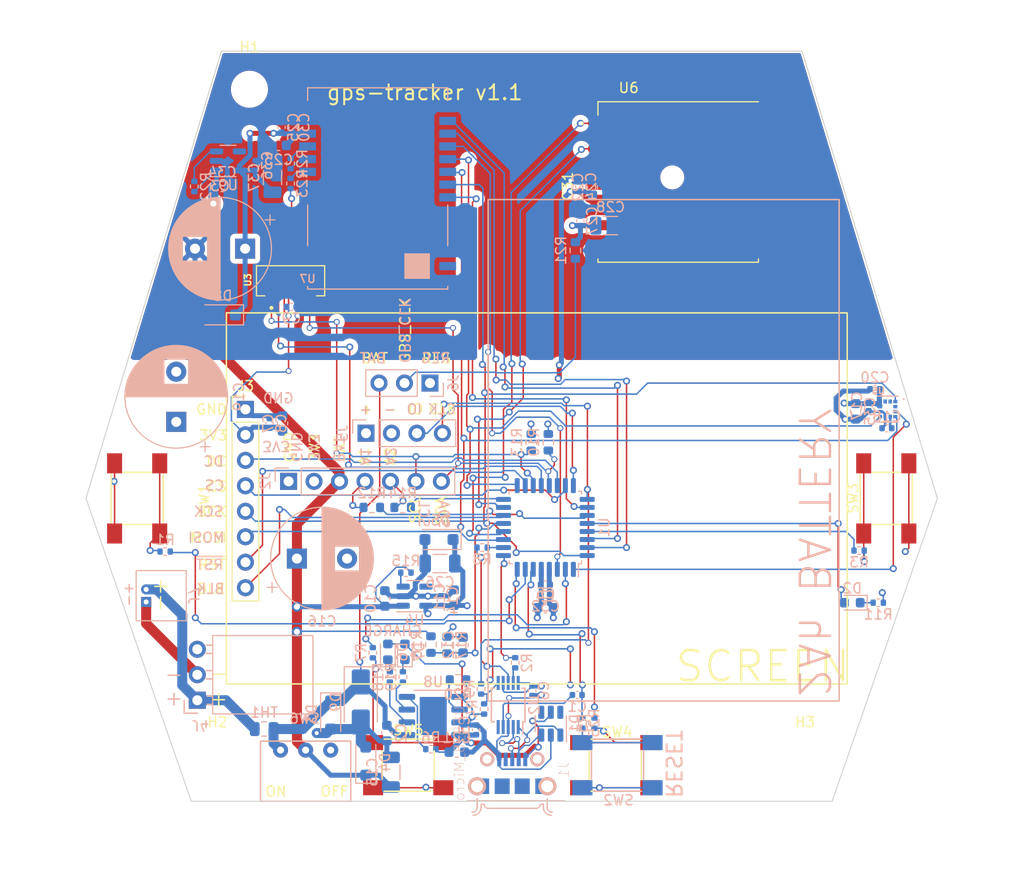
<source format=kicad_pcb>
(kicad_pcb (version 20221018) (generator pcbnew)
  (layers (0 "F.Cu" signal) (1 "In1.Cu" signal) (2 "In2.Cu" signal) (31 "B.Cu" signal) (34 "B.Paste" user) (35 "F.Paste" user) (36 "B.SilkS" user "B.Silkscreen") (37 "F.SilkS" user "F.Silkscreen") (38 "B.Mask" user) (39 "F.Mask" user) (44 "Edge.Cuts" user))
  (net 0 "")
  (net 1 "/~{RTS}")
  (net 2 "Net-(U1-NRST)")
  (net 3 "/USB+")
  (net 4 "GND")
  (net 5 "/USB-")
  (net 6 "VCC")
  (net 7 "+BATT")
  (net 8 "/VBATT_DIV")
  (net 9 "/BATT_DIRECT")
  (net 10 "Net-(U5-C1)")
  (net 11 "VBUS")
  (net 14 "Net-(D2-K)")
  (net 15 "/LED")
  (net 16 "Net-(D6-K)")
  (net 17 "Net-(D7-K)")
  (net 18 "/USART_TX")
  (net 20 "Net-(J2-Pin_4)")
  (net 21 "Net-(J2-Pin_5)")
  (net 22 "/SCL")
  (net 23 "/SDA")
  (net 24 "/SCREEN_DC")
  (net 25 "/SCREEN_CS")
  (net 26 "/SCK")
  (net 27 "/MOSI")
  (net 28 "/SCREEN_RESETN")
  (net 29 "/SCREEN_BLK")
  (net 30 "Net-(J4-Pin_1)")
  (net 32 "/SWDIO")
  (net 33 "/BOOT0")
  (net 34 "/SW1")
  (net 35 "Net-(R1-Pad2)")
  (net 36 "/SW2")
  (net 37 "Net-(R3-Pad2)")
  (net 38 "/SW3")
  (net 39 "Net-(R5-Pad2)")
  (net 40 "/SW4")
  (net 41 "Net-(R7-Pad2)")
  (net 42 "Net-(U2-TXD)")
  (net 43 "Net-(U2-TNOW)")
  (net 44 "Net-(U2-RXD)")
  (net 45 "Net-(U8-CE)")
  (net 46 "/AUX1")
  (net 47 "/AUX2")
  (net 48 "Net-(U4-EN)")
  (net 49 "/~{STDBY}")
  (net 50 "/~{CHRG}")
  (net 51 "Net-(U8-PROG)")
  (net 52 "/COMPASS_CS")
  (net 53 "/MISO")
  (net 64 "/RADIO_PWR")
  (net 65 "Net-(U9-EN)")
  (net 66 "/RADIO_RXEN")
  (net 67 "/RADIO_CS")
  (net 68 "/RADIO_DIO1")
  (net 69 "/RADIO_BUSY")
  (net 70 "Net-(U7-DIO2)")
  (net 71 "/RADIO_RESETN")
  (net 74 "Net-(U7-RXEN)")
  (net 75 "Net-(U7-TXEN)")
  (net 76 "Net-(R25-Pad1)")
  (net 77 "/USART_RX")
  (net 78 "Net-(J6-Pin_2)")
  (net 79 "Net-(U6-V_BCKP)")
  (net 81 "/GPS_TX")
  (net 82 "/GPS_RX")
  (footprint "Connector_PinHeader_2.54mm:PinHeader_1x08_P2.54mm_Vertical" (layer "F.Cu") (at 84.5 87.925)
    (fp_text reference "J3")
    (fp_text value "Conn_01x08")
  )
  (footprint "Homebrew:VISHAY_VEML7700-TT" (layer "F.Cu") (at 89 75.1 90)
    (fp_text reference "U3")
    (fp_text value "VEML7700-TT")
  )
  (footprint "Homebrew:SW_TACTILE_5.1MM_TS-1187A-C-D-B" (layer "F.Cu") (at 148.4 96.8 90)
    (fp_text reference "SW3")
    (fp_text value "SW_Push" hide)
  )
  (footprint "Homebrew:SW_TACTILE_5.1MM_TS-1187A-C-D-B" (layer "F.Cu") (at 100.73 123.4)
    (fp_text reference "SW5")
    (fp_text value "SW_Push" hide)
  )
  (footprint "MountingHole:MountingHole_3.2mm_M3" (layer "F.Cu") (at 140.3 123.3)
    (fp_text reference "H3")
    (fp_text value "MountingHole")
  )
  (footprint "Homebrew:SW_TACTILE_5.1MM_TS-1187A-C-D-B" (layer "F.Cu") (at 73.7 96.8 -90)
    (fp_text reference "SW1")
    (fp_text value "SW_Push")
  )
  (footprint "MountingHole:MountingHole_3.2mm_M3" (layer "F.Cu") (at 81.7 123.3)
    (fp_text reference "H2")
    (fp_text value "MountingHole")
  )
  (footprint "MountingHole:MountingHole_3.2mm_M3" (layer "F.Cu") (at 84.9 56)
    (fp_text reference "H1")
    (fp_text value "MountingHole")
  )
  (footprint "Capacitor_SMD:C_0402_1005Metric" (layer "F.Cu") (at 117.8 65.68 90)
    (fp_text reference "C31")
    (fp_text value "100nF")
  )
  (footprint "Homebrew:MODULE_LC86LICMD" (layer "F.Cu") (at 127.65 65.25)
    (fp_text reference "U6")
    (fp_text value "LC86LICMD")
  )
  (footprint "Homebrew:SW_TACTILE_5.1MM_TS-1187A-C-D-B" (layer "F.Cu") (at 121.37 123.4)
    (fp_text reference "SW4")
    (fp_text value "SW_Push" hide)
  )
  (footprint "Resistor_SMD:R_0603_1608Metric" (layer "B.Cu") (at 113 91.2 -90)
    (fp_text reference "R13")
    (fp_text value "3k3")
  )
  (footprint "Capacitor_THT:CP_Radial_D10.0mm_P5.00mm" (layer "B.Cu") (at 89.632323 102.8)
    (fp_text reference "C16")
    (fp_text value "220uF")
  )
  (footprint "Capacitor_SMD:C_0603_1608Metric" (layer "B.Cu") (at 82.175 65.7 180)
    (fp_text reference "C34")
    (fp_text value "10uF")
  )
  (footprint "Capacitor_SMD:C_0402_1005Metric" (layer "B.Cu") (at 114.405 105.4)
    (fp_text reference "C4")
    (fp_text value "100nF")
  )
  (footprint "Capacitor_SMD:C_0402_1005Metric" (layer "B.Cu") (at 89.2 59.8 90)
    (fp_text reference "C30")
    (fp_text value "100nF")
  )
  (footprint "Homebrew:JST_Micro_1x02_P1.25mm_Horizontal" (layer "B.Cu") (at 74.6 106.5 90)
    (fp_text reference "J7")
    (fp_text value "Conn_01x02")
  )
  (footprint "LED_SMD:LED_0603_1608Metric" (layer "B.Cu") (at 98.7 112.1 90)
    (fp_text reference "D6")
    (fp_text value "WHITE")
  )
  (footprint "Connector_PinHeader_2.54mm:PinHeader_1x04_P2.54mm_Vertical" (layer "B.Cu") (at 96.52 90.3 -90)
    (fp_text reference "J5")
    (fp_text value "Conn_01x04")
  )
  (footprint "Homebrew:SS-12D03-G5" (layer "B.Cu") (at 90.5 121.9 180)
    (fp_text reference "SW6")
    (fp_text value "SW_SPDT")
  )
  (footprint "Resistor_SMD:R_0402_1005Metric" (layer "B.Cu") (at 108.3 117.8 -90)
    (fp_text reference "R4")
    (fp_text value "4k7")
  )
  (footprint "Capacitor_SMD:C_0402_1005Metric" (layer "B.Cu") (at 117.58 116.4)
    (fp_text reference "C1")
    (fp_text value "100nF")
  )
  (footprint "Capacitor_SMD:C_0603_1608Metric" (layer "B.Cu") (at 106.2 111.425 -90)
    (fp_text reference "C12")
    (fp_text value "10uF")
  )
  (footprint "Capacitor_SMD:C_1206_3216Metric" (layer "B.Cu") (at 99 124.1 -90)
    (fp_text reference "C15")
    (fp_text value "47uF")
  )
  (footprint "Capacitor_SMD:C_0603_1608Metric" (layer "B.Cu") (at 114.425 107.7 180)
    (fp_text reference "C5")
    (fp_text value "10uF")
  )
  (footprint "Capacitor_SMD:C_0402_1005Metric" (layer "B.Cu") (at 88.1 59.8 90)
    (fp_text reference "C25")
    (fp_text value "100nF")
  )
  (footprint "Resistor_SMD:R_0402_1005Metric" (layer "B.Cu") (at 111.4 113.19 90)
    (fp_text reference "R2")
    (fp_text value "220")
  )
  (footprint "Capacitor_SMD:C_0402_1005Metric" (layer "B.Cu") (at 117.8 65.72 90)
    (fp_text reference "C24")
    (fp_text value "100nF")
  )
  (footprint "Resistor_SMD:R_0402_1005Metric" (layer "B.Cu") (at 89 63.41 90)
    (fp_text reference "R24")
    (fp_text value "220")
  )
  (footprint "Capacitor_SMD:C_0402_1005Metric" (layer "B.Cu") (at 114.405 106.4)
    (fp_text reference "C32")
    (fp_text value "100nF")
  )
  (footprint "Package_TO_SOT_SMD:SOT-23-5" (layer "B.Cu") (at 82.7625 63.15)
    (fp_text reference "U9")
    (fp_text value "MIC5365-3.3YD5")
  )
  (footprint "Homebrew:SW_TACTILE_5.1MM_TS-1187A-C-D-B" (layer "B.Cu") (at 121.6 123.4)
    (fp_text reference "SW2")
    (fp_text value "SW_Push" hide)
  )
  (footprint "Capacitor_SMD:C_0603_1608Metric" (layer "B.Cu") (at 88.2 89.325 -90)
    (fp_text reference "C7")
    (fp_text value "10uF")
  )
  (footprint "Fuse:Fuse_0805_2012Metric" (layer "B.Cu") (at 86.3625 119.8 180)
    (fp_text reference "TH1")
    (fp_text value "Thermistor_PTC")
  )
  (footprint "Capacitor_SMD:C_0402_1005Metric" (layer "B.Cu") (at 147.26 85.9 180)
    (fp_text reference "C20")
    (fp_text value "100nF")
  )
  (footprint "Package_TO_SOT_SMD:SOT-23-5" (layer "B.Cu") (at 101.3625 106.55)
    (fp_text reference "U4")
    (fp_text value "MIC5365-3.3YD5")
  )
  (footprint "Capacitor_SMD:C_0402_1005Metric" (layer "B.Cu") (at 104 107 90)
    (fp_text reference "C14")
    (fp_text value "100nF")
  )
  (footprint "Resistor_SMD:R_0603_1608Metric" (layer "B.Cu") (at 104.6 111.425 90)
    (fp_text reference "R17")
    (fp_text value "180k")
  )
  (footprint "Connector_PinHeader_2.54mm:PinHeader_1x07_P2.54mm_Vertical" (layer "B.Cu") (at 88.8 95.1 -90)
    (fp_text reference "J2")
    (fp_text value "Conn_01x07")
  )
  (footprint "Resistor_SMD:R_0603_1608Metric" (layer "B.Cu") (at 97.1 97.7 180)
    (fp_text reference "R12")
    (fp_text value "1k")
  )
  (footprint "Resistor_SMD:R_0603_1608Metric" (layer "B.Cu") (at 103 111.375 -90)
    (fp_text reference "R16")
    (fp_text value "62k")
  )
  (footprint "Homebrew:SOP-8_3.9x4.9mm_P1.27mm_Thermal" (layer "B.Cu") (at 103.225 118.495 180)
    (fp_text reference "U8")
    (fp_text value "TP4056")
  )
  (footprint "Homebrew:PQFN50P200X200X70-12N" (layer "B.Cu") (at 148.54 87.9 180)
    (fp_text reference "U5")
    (fp_text value "LIS2MDLTR")
  )
  (footprint "Resistor_SMD:R_0402_1005Metric" (layer "B.Cu") (at 147.6 107.2)
    (fp_text reference "R11")
    (fp_text value "1k")
  )
  (footprint "Resistor_SMD:R_0402_1005Metric" (layer "B.Cu") (at 98.9 114.6 -90)
    (fp_text reference "R18")
    (fp_text value "1k")
  )
  (footprint "LED_SMD:LED_0603_1608Metric" (layer "B.Cu") (at 145.0125 107.2 180)
    (fp_text reference "D2")
    (fp_text value "RED")
  )
  (footprint "Homebrew:E22-900M22S" (layer "B.Cu") (at 90.7 74.908)
    (fp_text reference "U7")
    (fp_text value "E22-900M22S")
  )
  (footprint "Capacitor_SMD:C_0402_1005Metric" (layer "B.Cu") (at 146.64 87.58 -90)
    (fp_text reference "C17")
    (fp_text value "100nF")
  )
  (footprint "Capacitor_THT:CP_Radial_D10.0mm_P5.00mm" (layer "B.Cu") (at 77.6 89.167677 90)
    (fp_text reference "C19")
    (fp_text value "220uF")
  )
  (footprint "Capacitor_SMD:C_0603_1608Metric" (layer "B.Cu") (at 119.1 65.775 -90)
    (fp_text reference "C22")
    (fp_text value "10uF")
  )
  (footprint "Homebrew:MiniPV_78208-X03XXX_1x03_P2.54mm_Polarized_Horizontal" (layer "B.Cu") (at 79.7 116.925)
    (fp_text reference "J4")
    (fp_text value "Conn_01x03")
  )
  (footprint "Capacitor_SMD:C_0402_1005Metric" (layer "B.Cu") (at 148.46 89.8 180)
    (fp_text reference "C18")
    (fp_text value "100nF")
  )
  (footprint "Capacitor_SMD:C_1206_3216Metric" (layer "B.Cu") (at 103.9 103.3)
    (fp_text reference "C26")
    (fp_text value "47uF")
  )
  (footprint "Capacitor_SMD:C_0402_1005Metric" (layer "B.Cu") (at 107.5 119.88 -90)
    (fp_text reference "C33")
    (fp_text value "100nF")
  )
  (footprint "Resistor_SMD:R_0402_1005Metric" (layer "B.Cu") (at 76.49 102.1 180)
    (fp_text reference "R1")
    (fp_text value "1k")
  )
  (footprint "Resistor_SMD:R_0402_1005Metric" (layer "B.Cu") (at 118.1 119.19 90)
    (fp_text reference "R25")
    (fp_text value "1k")
  )
  (footprint "Capacitor_SMD:C_0603_1608Metric" (layer "B.Cu") (at 87.8 61.6)
    (fp_text reference "C23")
    (fp_text value "10uF")
  )
  (footprint "Resistor_SMD:R_0402_1005Metric" (layer "B.Cu") (at 100.5 104.2 180)
    (fp_text reference "R15")
    (fp_text value "10k")
  )
  (footprint "Diode_SMD:D_SMA" (layer "B.Cu") (at 96 117.1 -90)
    (fp_text reference "D9")
    (fp_text value "D")
  )
  (footprint "Diode_SMD:D_SOD-123F" (layer "B.Cu") (at 82.1 78.5 180)
    (fp_text reference "D8")
    (fp_text value "D_TVS")
  )
  (footprint "Diode_SMD:D_SOD-123F" (layer "B.Cu") (at 93 118.4 -90)
    (fp_text reference "D3")
    (fp_text value "D_TVS")
  )
  (footprint "Capacitor_SMD:C_0603_1608Metric" (layer "B.Cu") (at 98.6 120.2 90)
    (fp_text reference "C2")
    (fp_text value "10uF")
  )
  (footprint "Capacitor_SMD:C_0402_1005Metric" (layer "B.Cu") (at 113.1 115.98 90)
    (fp_text reference "C6")
    (fp_text value "100nF")
  )
  (footprint "Capacitor_SMD:C_0402_1005Metric" (layer "B.Cu") (at 85.5 63.6 90)
    (fp_text reference "C36")
    (fp_text value "100nF")
  )
  (footprint "Diode_SMD:D_SOD-123F" (layer "B.Cu") (at 103.8 100.9 180)
    (fp_text reference "D5")
    (fp_text value "D_TVS")
  )
  (footprint "Resistor_SMD:R_0402_1005Metric" (layer "B.Cu") (at 108.1 101.7)
    (fp_text reference "R8")
    (fp_text value "220")
  )
  (footprint "Capacitor_SMD:C_0603_1608Metric" (layer "B.Cu") (at 105.575 122.1 180)
    (fp_text reference "C21")
    (fp_text value "10uF")
  )
  (footprint "Resistor_SMD:R_0603_1608Metric" (layer "B.Cu") (at 117.4 72.075 -90)
    (fp_text reference "R21")
    (fp_text value "1k")
  )
  (footprint "Resistor_SMD:R_0402_1005Metric" (layer "B.Cu") (at 145.69 102)
    (fp_text reference "R3")
    (fp_text value "1k")
  )
  (footprint "Capacitor_SMD:C_0603_1608Metric" (layer "B.Cu") (at 105.3 106.7 -90)
    (fp_text reference "C11")
    (fp_text value "10uF")
  )
  (footprint "Capacitor_SMD:C_0402_1005Metric" (layer "B.Cu") (at 89.08 77.7)
    (fp_text reference "C9")
    (fp_text value "100nF")
  )
  (footprint "Resistor_SMD:R_0402_1005Metric" (layer "B.Cu") (at 100.2 114.6 -90)
    (fp_text reference "R19")
    (fp_text value "1k")
  )
  (footprint "Resistor_SMD:R_0402_1005Metric" (layer "B.Cu") (at 119.3 119.21 -90)
    (fp_text reference "R5")
    (fp_text value "1k")
  )
  (footprint "Capacitor_SMD:C_0603_1608Metric" (layer "B.Cu") (at 98.4 106.775 -90)
    (fp_text reference "C10")
    (fp_text value "10uF")
  )
  (footprint "Capacitor_SMD:C_0402_1005Metric" (layer "B.Cu") (at 117.9 69.12 90)
    (fp_text reference "C27")
    (fp_text value "100nF")
  )
  (footprint "LED_SMD:LED_0603_1608Metric" (layer "B.Cu") (at 100.4 112.1 90)
    (fp_text reference "D7")
    (fp_text value "RED")
  )
  (footprint "Package_QFP:LQFP-32_7x7mm_P0.8mm" (layer "B.Cu") (at 114.4 99.7 90)
    (fp_text reference "U1")
    (fp_text value "STM32G070KBTx")
  )
  (footprint "Resistor_SMD:R_0402_1005Metric" (layer "B.Cu") (at 102.99 121.8 180)
    (fp_text reference "R6")
    (fp_text value "1k")
  )
  (footprint "Resistor_SMD:R_0402_1005Metric" (layer "B.Cu") (at 79.4 65.7 90)
    (fp_text reference "R22")
    (fp_text value "10k")
  )
  (footprint "Resistor_SMD:R_0402_1005Metric" (layer "B.Cu") (at 97.2 112.19 -90)
    (fp_text reference "R7")
    (fp_text value "1k")
  )
  (footprint "Capacitor_SMD:C_0402_1005Metric" (layer "B.Cu") (at 86.9 89.32 90)
    (fp_text reference "C8")
    (fp_text value "100nF")
  )
  (footprint "Capacitor_SMD:C_0603_1608Metric" (layer "B.Cu") (at 145.34 88.125 90)
    (fp_text reference "C35")
    (fp_text value "10uF")
  )
  (footprint "Connector_PinHeader_2.54mm:PinHeader_1x03_P2.54mm_Vertical" (layer "B.Cu") (at 102.9 85.3 90)
    (fp_text reference "J6")
    (fp_text value "Conn_01x03")
  )
  (footprint "Capacitor_THT:CP_Radial_D10.0mm_P5.00mm" (layer "B.Cu") (at 84.467677 71.9 180)
    (fp_text reference "C3")
    (fp_text value "220uF")
  )
  (footprint "Diode_SMD:D_SOD-123F" (layer "B.Cu") (at 96.5 123 90)
    (fp_text reference "D4")
    (fp_text value "D_TVS")
  )
  (footprint "Capacitor_SMD:C_1206_3216Metric" (layer "B.Cu") (at 87.2 64.8 -90)
    (fp_text reference "C37")
    (fp_text value "47uF")
  )
  (footprint "Package_SO:MSOP-10_3x3mm_P0.5mm" (layer "B.Cu") (at 110.7 117.4 90)
    (fp_text reference "U2")
    (fp_text value "CH340X")
  )
  (footprint "Resistor_SMD:R_0603_1608Metric" (layer "B.Cu") (at 105.7 114.9)
    (fp_text reference "R20")
    (fp_text value "3k3")
  )
  (footprint "Resistor_SMD:R_0402_1005Metric" (layer "B.Cu") (at 108 115.8 -90)
    (fp_text reference "R9")
    (fp_text value "10k")
  )
  (footprint "Package_TO_SOT_SMD:SOT-23-6" (layer "B.Cu") (at 114.95 119.2625 90)
    (fp_text reference "D1")
    (fp_text value "SRV05-4-P-T7")
  )
  (footprint "Resistor_SMD:R_0603_1608Metric" (layer "B.Cu") (at 100.175 97.7 180)
    (fp_text reference "R14")
    (fp_text value "1k")
  )
  (footprint "Capacitor_SMD:C_1206_3216Metric" (layer "B.Cu") (at 120.9 69.6 180)
    (fp_text reference "C28")
    (fp_text value "47uF")
  )
  (footprint "Homebrew:FRAMATOME_10118194-0001LF_fixed_bridges" (layer "B.Cu") (at 111.1 125.5 180)
    (fp_text reference "J1")
    (fp_text value "USB_B_Micro")
  )
  (footprint "Resistor_SMD:R_0402_1005Metric" (layer "B.Cu") (at 89 65.4 90)
    (fp_text reference "R23")
    (fp_text value "220")
  )
  (footprint "Resistor_SMD:R_0603_1608Metric" (layer "B.Cu") (at 114.7 91.2 -90)
    (fp_text reference "R10")
    (fp_text value "3k3")
  )
  (gr_rect (start 108.7 67) (end 143.7 117) (stroke (width 0.15)) (fill none) (layer "B.SilkS"))
  (gr_rect (start 82.6 78.3) (end 144.5 115.3) (stroke (width 0.15)) (fill none) (layer "F.SilkS"))
  (gr_line (start 153.5 96.8) (end 143 127) (stroke (width 0.1)) (layer "Edge.Cuts"))
  (gr_line (start 82.1 52.2) (end 68.6 96.8) (stroke (width 0.1)) (layer "Edge.Cuts"))
  (gr_line (start 68.6 96.8) (end 79.1 127) (stroke (width 0.1)) (layer "Edge.Cuts"))
  (gr_line (start 143 127) (end 79.1 127) (stroke (width 0.1)) (layer "Edge.Cuts"))
  (gr_line (start 140 52.2) (end 82.1 52.2) (stroke (width 0.1)) (layer "Edge.Cuts"))
  (gr_line (start 140 52.2) (end 153.5 96.8) (stroke (width 0.1)) (layer "Edge.Cuts"))
  (gr_text "DC" (at 82.4 93.7) (layer "B.SilkS") (effects (font (size 1 1)) (justify left bottom mirror)))
  (gr_text "3V3" (at 86.1 91 180) (layer "B.SilkS") (effects (font (size 1 1)) (justify left bottom mirror)))
  (gr_text "3V3" (at 90.7 93.2 -90) (layer "B.SilkS") (effects (font (size 1 1)) (justify left bottom mirror)))
  (gr_text "A1" (at 95.9 93.6 -90) (layer "B.SilkS") (effects (font (size 1 1)) (justify left bottom mirror)))
  (gr_text "REG" (at 105 83.4) (layer "B.SilkS") (effects (font (size 1 1)) (justify left bottom mirror)))
  (gr_text "-" (at 78.4 115.2) (layer "B.SilkS") (effects (font (size 1.5 1.5)) (justify left bottom mirror)))
  (gr_text "+" (at 97.2 88.5) (layer "B.SilkS") (effects (font (size 1 1)) (justify left bottom mirror)))
  (gr_text "BLK" (at 82.5 106.4) (layer "B.SilkS") (effects (font (size 1 1)) (justify left bottom mirror)))
  (gr_text "SDA" (at 103.7 99.9 -90) (layer "B.SilkS") (effects (font (size 1 1)) (justify left bottom mirror)))
  (gr_text "~{RST}" (at 82.4 104) (layer "B.SilkS") (effects (font (size 1 1)) (justify left bottom mirror)))
  (gr_text "CS" (at 82.5 96.1) (layer "B.SilkS") (effects (font (size 1 1)) (justify left bottom mirror)))
  (gr_text "BAT" (at 93.2 93.3 -90) (layer "B.SilkS") (effects (font (size 1 1)) (justify left bottom mirror)))
  (gr_text "2Ah BATTERY" (at 139.4 116.8 -90) (layer "B.SilkS") (effects (font (size 3 3) (thickness 0.25)) (justify left bottom mirror)))
  (gr_text "SCL" (at 101.7 99.8 -90) (layer "B.SilkS") (effects (font (size 1 1)) (justify left bottom mirror)))
  (gr_text "CLK" (at 105.6 88.5) (layer "B.SilkS") (effects (font (size 1 1)) (justify left bottom mirror)))
  (gr_text "BAT" (at 98.6 83.4) (layer "B.SilkS") (effects (font (size 1 1)) (justify left bottom mirror)))
  (gr_text "IO" (at 102.2 88.5) (layer "B.SilkS") (effects (font (size 1 1)) (justify left bottom mirror)))
  (gr_text "CHARGE" (at 102.2 110.6) (layer "B.SilkS") (effects (font (size 1 1)) (justify left bottom mirror)))
  (gr_text "GPS_CLK" (at 99.8 83.4 -90) (layer "B.SilkS") (effects (font (size 1 1)) (justify left bottom mirror)))
  (gr_text "MOSI" (at 82.5 101.3) (layer "B.SilkS") (effects (font (size 1 1)) (justify left bottom mirror)))
  (gr_text "+" (at 78.4 117.575) (layer "B.SilkS") (effects (font (size 1.5 1.5)) (justify left bottom mirror)))
  (gr_text "RESET" (at 126.3 126.8 -90) (layer "B.SilkS") (effects (font (size 1.5 1.5) (thickness 0.2)) (justify left bottom mirror)))
  (gr_text "SCK" (at 82.4 98.7) (layer "B.SilkS") (effects (font (size 1 1)) (justify left bottom mirror)))
  (gr_text "GND" (at 89 93.3 -90) (layer "B.SilkS") (effects (font (size 1 1)) (justify left bottom mirror)))
  (gr_text "-" (at 99.6 88.5) (layer "B.SilkS") (effects (font (size 1 1)) (justify left bottom mirror)))
  (gr_text "A2" (at 98.4 93.6 -90) (layer "B.SilkS") (effects (font (size 1 1)) (justify left bottom mirror)))
  (gr_text "GND" (at 89.4 87.4) (layer "B.SilkS") (effects (font (size 1 1)) (justify left bottom mirror)))
  (gr_text "REG" (at 102 83.4) (layer "F.SilkS") (effects (font (size 1 1)) (justify left bottom)))
  (gr_text "3V3" (at 79.8 91.1) (layer "F.SilkS") (effects (font (size 1 1)) (justify left bottom)))
  (gr_text "+" (at 95.9 88.5) (layer "F.SilkS") (effects (font (size 1 1)) (justify left bottom)))
  (gr_text "+" (at 82.6 117.9 90) (layer "F.SilkS") (effects (font (size 1.5 1.5)) (justify left bottom)))
  (gr_text "DC" (at 80.5 93.7) (layer "F.SilkS") (effects (font (size 1 1)) (justify left bottom)))
  (gr_text "SCREEN" (at 127.2 115.3) (layer "F.SilkS") (effects (font (size 3 3) (thickness 0.25)) (justify left bottom)))
  (gr_text "A1" (at 96.9 93.6 90) (layer "F.SilkS") (effects (font (size 1 1)) (justify left bottom)))
  (gr_text "BLK" (at 79.6 106.4) (layer "F.SilkS") (effects (font (size 1 1)) (justify left bottom)))
  (gr_text "CLK" (at 102.7 88.5) (layer "F.SilkS") (effects (font (size 1 1)) (justify left bottom)))
  (gr_text "SDA" (at 104.6 99.5 90) (layer "F.SilkS") (effects (font (size 1 1)) (justify left bottom)))
  (gr_text "A2" (at 99.5 93.6 90) (layer "F.SilkS") (effects (font (size 1 1)) (justify left bottom)))
  (gr_text "BAT" (at 94.5 93.3 90) (layer "F.SilkS") (effects (font (size 1 1)) (justify left bottom)))
  (gr_text "-" (at 98.3 88.5) (layer "F.SilkS") (effects (font (size 1 1)) (justify left bottom)))
  (gr_text "+" (at 76.8 106.6 90) (layer "F.SilkS") (effects (font (size 1.5 1.5)) (justify left bottom)))
  (gr_text "SCK" (at 79.6 98.7) (layer "F.SilkS") (effects (font (size 1 1)) (justify left bottom)))
  (gr_text "GPS_CLK" (at 101 83.4 90) (layer "F.SilkS") (effects (font (size 1 1)) (justify left bottom)))
  (gr_text "3V3" (at 92 93.2 90) (layer "F.SilkS") (effects (font (size 1 1)) (justify left bottom)))
  (gr_text "-" (at 80.8 115.1) (layer "F.SilkS") (effects (font (size 1.5 1.5)) (justify left bottom)))
  (gr_text "OFF" (at 91.9 126.6) (layer "F.SilkS") (effects (font (size 1 1)) (justify left bottom)))
  (gr_text "gps-tracker v1.1" (at 92.5 57.2) (layer "F.SilkS") (effects (font (size 1.5 1.5) (thickness 0.2)) (justify left bottom)))
  (gr_text "ON" (at 86.4 126.6) (layer "F.SilkS") (effects (font (size 1 1)) (justify left bottom)))
  (gr_text "IO" (at 100.6 88.5) (layer "F.SilkS") (effects (font (size 1 1)) (justify left bottom)))
  (gr_text "SCL" (at 102 99.4 90) (layer "F.SilkS") (effects (font (size 1 1)) (justify left bottom)))
  (gr_text "MOSI" (at 78.9 101.3) (layer "F.SilkS") (effects (font (size 1 1)) (justify left bottom)))
  (gr_text "GND" (at 79.5 88.5) (layer "F.SilkS") (effects (font (size 1 1)) (justify left bottom)))
  (gr_text "-" (at 76.8 108.2 90) (layer "F.SilkS") (effects (font (size 1.5 1.5)) (justify left bottom)))
  (gr_text "BAT" (at 96 83.4) (layer "F.SilkS") (effects (font (size 1 1)) (justify left bottom)))
  (gr_text "~{RST}" (at 79.7 104) (layer "F.SilkS") (effects (font (size 1 1)) (justify left bottom)))
  (gr_text "CS" (at 80.6 96.2) (layer "F.SilkS") (effects (font (size 1 1)) (justify left bottom)))
  (gr_text "GND" (at 89.5 93.3 90) (layer "F.SilkS") (effects (font (size 1 1)) (justify left bottom)))
  (segment (start 110.2 117.4) (end 110.3625 117.2375) (width 0.15) (layer "B.Cu") (net 1))
  (segment (start 110.3625 117.2375) (end 116.2625 117.2375) (width 0.15) (layer "B.Cu") (net 1))
  (segment (start 116.2625 117.2375) (end 117.1 116.4) (width 0.15) (layer "B.Cu") (net 1))
  (segment (start 110.2 119.6) (end 110.2 117.4) (width 0.15) (layer "B.Cu") (net 1))
  (segment (start 112.7 105.680243) (end 112.7 110.225) (width 0.15) (layer "F.Cu") (net 2))
  (segment (start 117.875 115.175) (end 117.875 110.469363) (width 0.15) (layer "F.Cu") (net 2))
  (segment (start 117.875 110.469363) (end 118.059681 110.284682) (width 0.15) (layer "F.Cu") (net 2))
  (segment (start 112.962254 105.417989) (end 112.7 105.680243) (width 0.15) (layer "F.Cu") (net 2))
  (segment (start 118.1 115.4) (end 117.875 115.175) (width 0.15) (layer "F.Cu") (net 2))
  (segment (start 112.7 110.225) (end 112.8 110.325) (width 0.15) (layer "F.Cu") (net 2))
  (via (at 118.1 115.4) (size 0.7) (drill 0.4) (layers "F.Cu" "B.Cu") (net 2))
  (via (at 118.059681 110.284682) (size 0.7) (drill 0.4) (layers "F.Cu" "B.Cu") (net 2))
  (via (at 112.8 110.325) (size 0.7) (drill 0.4) (layers "F.Cu" "B.Cu") (net 2))
  (via (at 112.962254 105.417989) (size 0.7) (drill 0.4) (layers "F.Cu" "B.Cu") (net 2))
  (segment (start 112.875 110.4) (end 117.944363 110.4) (width 0.15) (layer "B.Cu") (net 2))
  (segment (start 117.944363 110.4) (end 118.059681 110.284682) (width 0.15) (layer "B.Cu") (net 2))
  (segment (start 118.06 115.44) (end 118.1 115.4) (width 0.15) (layer "B.Cu") (net 2))
  (segment (start 112.962254 104.112746) (end 112.962254 105.417989) (width 0.15) (layer "B.Cu") (net 2))
  (segment (start 118.06 116.4) (end 118.06 115.44) (width 0.15) (layer "B.Cu") (net 2))
  (segment (start 113.2 103.875) (end 112.962254 104.112746) (width 0.15) (layer "B.Cu") (net 2))
  (segment (start 112.8 110.325) (end 112.875 110.4) (width 0.15) (layer "B.Cu") (net 2))
  (segment (start 118.06 116.4) (end 118.06 118.64) (width 0.15) (layer "B.Cu") (net 2))
  (segment (start 111.7755 121.7245) (end 110.966223 121.7245) (width 0.15) (layer "F.Cu") (net 3))
  (segment (start 112.6 120.9) (end 111.7755 121.7245) (width 0.15) (layer "F.Cu") (net 3))
  (via (at 112.6 120.9) (size 0.6) (drill 0.4) (layers "F.Cu" "B.Cu") (net 3))
  (via (at 110.966223 121.7245) (size 0.6) (drill 0.4) (layers "F.Cu" "B.Cu") (net 3))
  (segment (start 111.1 122.825) (end 111.1 121.858277) (width 0.15) (layer "B.Cu") (net 3))
  (segment (start 115.9 120.15717) (end 115.25533 119.5125) (width 0.15) (layer "B.Cu") (net 3))
  (segment (start 111.1 121.858277) (end 110.966223 121.7245) (width 0.15) (layer "B.Cu") (net 3))
  (segment (start 112.6 120.5) (end 112.6 120.9) (width 0.15) (layer "B.Cu") (net 3))
  (segment (start 115.25533 119.5125) (end 113.376472 119.5125) (width 0.15) (layer "B.Cu") (net 3))
  (segment (start 111.7 119.6) (end 112.6 120.5) (width 0.15) (layer "B.Cu") (net 3))
  (segment (start 113.376472 119.5125) (end 112.6 120.288972) (width 0.15) (layer "B.Cu") (net 3))
  (segment (start 112.6 120.288972) (end 112.6 120.9) (width 0.15) (layer "B.Cu") (net 3))
  (segment (start 74.6 109.285) (end 79.7 114.385) (width 1) (layer "F.Cu") (net 4))
  (segment (start 102.55 125.65) (end 102.5 125.6) (width 0.15) (layer "F.Cu") (net 4))
  (segment (start 119.9 64.48) (end 118.52 64.48) (width 0.5) (layer "F.Cu") (net 4))
  (segment (start 117.87 125.65) (end 119.8 125.65) (width 0.15) (layer "F.Cu") (net 4))
  (segment (start 110.8 116.7) (end 110.725 116.775) (width 0.15) (layer "F.Cu") (net 4))
  (segment (start 104.23 125.65) (end 102.55 125.65) (width 0.15) (layer "F.Cu") (net 4))
  (segment (start 71.45 100.3) (end 71.45 95.15) (width 0.15) (layer "F.Cu") (net 4))
  (segment (start 102.5 125.6) (end 102.45 125.65) (width 0.15) (layer "F.Cu") (net 4))
  (segment (start 150.65 100.3) (end 150.65 93.3) (width 0.15) (layer "F.Cu") (net 4))
  (segment (start 89.635 78.535) (end 89.635 76) (width 0.15) (layer "F.Cu") (net 4))
  (segment (start 150.65 101.75) (end 150.3 102.1) (width 0.15) (layer "F.Cu") (net 4))
  (segment (start 119.8 125.65) (end 124.87 125.65) (width 0.15) (layer "F.Cu") (net 4))
  (segment (start 150.65 100.3) (end 150.65 101.75) (width 0.15) (layer "F.Cu") (net 4))
  (segment (start 108.9 114.9) (end 109.15 114.65) (width 0.15) (layer "F.Cu") (net 4))
  (segment (start 110.725 116.775) (end 110.725 118.5) (width 0.15) (layer "F.Cu") (net 4))
  (segment (start 109.15 114.65) (end 109.15 112.05) (width 0.15) (layer "F.Cu") (net 4))
  (segment (start 89.7 78.6) (end 89.635 78.535) (width 0.15) (layer "F.Cu") (net 4))
  (segment (start 109.15 112.05) (end 108.9 111.8) (width 0.15) (layer "F.Cu") (net 4))
  (segment (start 71.45 95.15) (end 71.4 95.1) (width 0.15) (layer "F.Cu") (net 4))
  (segment (start 118.52 64.48) (end 117.8 65.2) (width 0.5) (layer "F.Cu") (net 4))
  (segment (start 71.45 95.05) (end 71.45 93.3) (width 0.15) (layer "F.Cu") (net 4))
  (segment (start 116.9 65.1) (end 117.7 65.1) (width 0.5) (layer "F.Cu") (net 4))
  (segment (start 74.6 107.125) (end 74.6 109.285) (width 1) (layer "F.Cu") (net 4))
  (segment (start 71.4 95.1) (end 71.45 95.05) (width 0.15) (layer "F.Cu") (net 4))
  (segment (start 117.7 65.1) (end 117.8 65.2) (width 0.5) (layer "F.Cu") (net 4))
  (segment (start 116.9 111.8) (end 116.9 115.4) (width 0.15) (layer "F.Cu") (net 4))
  (segment (start 102.45 125.65) (end 97.23 125.65) (width 0.15) (layer "F.Cu") (net 4))
  (via (at 110.8 116.7) (size 0.6) (drill 0.4) (layers "F.Cu" "B.Cu") (net 4))
  (via (at 144.3 88.9) (size 0.7) (drill 0.4) (layers "F.Cu" "B.Cu") (net 4))
  (via (at 148 106.2) (size 0.7) (drill 0.4) (layers "F.Cu" "B.Cu") (net 4))
  (via (at 105.2 109.6) (size 0.7) (drill 0.4) (layers "F.Cu" "B.Cu") (net 4))
  (via (at 114 116.4) (size 0.7) (drill 0.4) (layers "F.Cu" "B.Cu") (net 4))
  (via (at 101.5 106.55) (size 0.7) (drill 0.4) (layers "F.Cu" "B.Cu") (net 4))
  (via (at 107.1 118.6) (size 0.7) (drill 0.4) (layers "F.Cu" "B.Cu") (net 4))
  (via (at 71.4 95.1) (size 0.7) (drill 0.4) (layers "F.Cu" "B.Cu") (net 4))
  (via (at 102.7 106.55) (size 0.7) (drill 0.4) (layers "F.Cu" "B.Cu") (net 4))
  (via (at 108.9 111.8) (size 0.7) (drill 0.4) (layers "F.Cu" "B.Cu") (net 4))
  (via (at 119.8 125.65) (size 0.7) (drill 0.4) (layers "F.Cu" "B.Cu") (net 4))
  (via (at 110.725 118.5) (size 0.6) (drill 0.4) (layers "F.Cu" "B.Cu") (net 4))
  (via (at 108.9 114.9) (size 0.7) (drill 0.4) (layers "F.Cu" "B.Cu") (net 4))
  (via (at 102.5 125.6) (size 0.7) (drill 0.4) (layers "F.Cu" "B.Cu") (net 4))
  (via (at 150.3 102.1) (size 0.7) (drill 0.4) (layers "F.Cu" "B.Cu") (net 4))
  (via (at 116.9 111.8) (size 0.7) (drill 0.4) (layers "F.Cu" "B.Cu") (net 4))
  (via (at 89.7 78.6) (size 0.6) (drill 0.4) (layers "F.Cu" "B.Cu") (net 4))
  (via (at 116.9 65.1) (size 0.7) (drill 0.4) (layers "F.Cu" "B.Cu") (net 4))
  (via (at 113.6 108.7) (size 0.7) (drill 0.4) (layers "F.Cu" "B.Cu") (net 4))
  (via (at 91.6 120.2) (size 0.7) (drill 0.4) (layers "F.Cu" "B.Cu") (net 4))
  (via (at 116.9 115.4) (size 0.7) (drill 0.4) (layers "F.Cu" "B.Cu") (net 4))
  (segment (start 148.11 106.31) (end 148 106.2) (width 0.15) (layer "B.Cu") (net 4))
  (segment (start 113.65 108.65) (end 113.6 108.7) (width 0.5) (layer "B.Cu") (net 4))
  (segment (start 108.3 118.31) (end 107.39 118.31) (width 0.15) (layer "B.Cu") (net 4))
  (segment (start 109.8 123.5) (end 110.1 123.8) (width 0.15) (layer "B.Cu") (net 4))
  (segment (start 86.2 59.9) (end 86.78 59.32) (width 0.5) (layer "B.Cu") (net 4))
  (segment (start 92.6 120.2) (end 93 119.8) (width 1) (layer "B.Cu") (net 4))
  (segment (start 98.95 106.55) (end 98.4 106) (width 0.5) (layer "B.Cu") (net 4))
  (segment (start 84.625 87.925) (end 85.25 88.55) (width 0.5) (layer "B.Cu") (net 4))
  (segment (start 145.34 88.9) (end 144.3 88.9) (width 0.5) (layer "B.Cu") (net 4))
  (segment (start 105.85 116.59) (end 106.525 115.915) (width 0.15) (layer "B.Cu") (net 4))
  (segment (start 82.95 68.417677) (end 79.467677 71.9) (width 0.5) (layer "B.Cu") (net 4))
  (segment (start 113.94 116.46) (end 114 116.4) (width 0.5) (layer "B.Cu") (net 4))
  (segment (start 97.875 120.975) (end 96 119.1) (width 0.5) (layer "B.Cu") (net 4))
  (segment (start 110.625 120.525) (end 110.7 120.45) (width 0.15) (layer "B.Cu") (net 4))
  (segment (start 113.65 107.7) (end 114 107.35) (width 0.5) (layer "B.Cu") (net 4))
  (segment (start 108.3 120.94759) (end 108.3 120.086325) (width 0.5) (layer "B.Cu") (net 4))
  (segment (start 107.39 118.31) (end 107.1 118.6) (width 0.15) (layer "B.Cu") (net 4))
  (segment (start 82.6875 63.722183) (end 82.115317 63.15) (width 0.5) (layer "B.Cu") (net 4))
  (segment (start 114.95 122.763805) (end 114.95 120.4) (width 0.15) (layer "B.Cu") (net 4))
  (segment (start 117.8 65.24) (end 118.86 65.24) (width 0.5) (layer "B.Cu") (net 4))
  (segment (start 79.467677 71.9) (end 79.467677 77.267677) (width 0.5) (layer "B.Cu") (net 4))
  (segment (start 96 121.1) (end 96.5 121.6) (width 1) (layer "B.Cu") (net 4))
  (segment (start 101.4375 105.827817) (end 101.4375 105.222183) (width 0.5) (layer "B.Cu") (net 4))
  (segment (start 89.56 77.7) (end 89.56 78.46) (width 0.15) (layer "B.Cu") (net 4))
  (segment (start 148.11 107.2) (end 148.11 106.31) (width 0.15) (layer "B.Cu") (net 4))
  (segment (start 145.34 88.9) (end 145.8 88.9) (width 0.5) (layer "B.Cu") (net 4))
  (segment (start 110.7 118.525) (end 110.725 118.5) (width 0.15) (layer "B.Cu") (net 4))
  (segment (start 109.8 122.825) (end 109.8 122.35) (width 0.5) (layer "B.Cu") (net 4))
  (segment (start 147.78 88.15) (end 148.030456 88.15) (width 0.25) (layer "B.Cu") (net 4))
  (segment (start 110.8 116.7) (end 112.86 116.7) (width 0.15) (layer "B.Cu") (net 4))
  (segment (start 104.6 110.6) (end 104.6 110.2) (width 0.15) (layer "B.Cu") (net 4))
  (segment (start 148.29 89.49) (end 148.29 88.66) (width 0.25) (layer "B.Cu") (net 4))
  (segment (start 82.95 65.7) (end 82.95 68.417677) (width 0.5) (layer "B.Cu") (net 4))
  (segment (start 106.35 122.1) (end 107.14759 122.1) (width 0.5) (layer "B.Cu") (net 4))
  (segment (start 107.1 117.75467) (end 107.1 118.6) (width 0.15) (layer "B.Cu") (net 4))
  (segment (start 100.225 106.55) (end 98.95 106.55) (width 0.5) (layer "B.Cu") (net 4))
  (segment (start 107.14759 122.1) (end 108.3 120.94759) (width 0.5) (layer "B.Cu") (net 4))
  (segment (start 108.3 120.086325) (end 107.613675 119.4) (width 0.5) (layer "B.Cu") (net 4))
  (segment (start 107.5 119.4) (end 106.12 119.4) (width 0.5) (layer "B.Cu") (net 4))
  (segment (start 101.4375 105.222183) (end 102.425 104.234683) (width 0.5) (layer "B.Cu") (net 4))
  (segment (start 82.115317 63.15) (end 81.625 63.15) (width 0.5) (layer "B.Cu") (net 4))
  (segment (start 89.56 78.46) (end 89.7 78.6) (width 0.15) (layer "B.Cu") (net 4))
  (segment (start 106.12 119.4) (end 105.85 119.13) (width 0.5) (layer "B.Cu") (net 4))
  (segment (start 117.04 65.24) (end 116.9 65.1) (width 0.5) (layer "B.Cu") (net 4))
  (segment (start 104.705 106.52) (end 105.3 105.925) (width 0.5) (layer "B.Cu") (net 4))
  (segment (start 113.913805 123.8) (end 114.95 122.763805) (width 0.15) (layer "B.Cu") (net 4))
  (segment (start 108.9 111.8) (end 116.9 111.8) (width 0.15) (layer "B.Cu") (net 4))
  (segment (start 104 106.52) (end 104.705 106.52) (width 0.5) (layer "B.Cu") (net 4))
  (segment (start 88.26 59.16) (end 88.1 59.32) (width 0.5) (layer "B.Cu") (net 4))
  (segment (start 118.1 125.65) (end 125.1 125.65) (width 0.15) (layer "B.Cu") (net 4))
  (segment (start 118.86 65.24) (end 119.1 65) (width 0.5) (layer "B.Cu") (net 4))
  (segment (start 109.5755 120.982744) (end 110.033244 120.525) (width 0.15) (layer "B.Cu") (net 4))
  (segment (start 91.6 120.2) (end 92.6 120.2) (width 1) (layer "B.Cu") (net 4))
  (segment (start 86.78 59.32) (end 88.1 59.32) (width 0.5) (layer "B.Cu") (net 4))
  (segment (start 146.58 86.1) (end 146.78 85.9) (width 0.5) (layer "B.Cu") (net 4))
  (segment (start 79.467677 77.267677) (end 80.7 78.5) (width 0.5) (layer "B.Cu") (net 4))
  (segment (start 113.1 116.46) (end 113.94 116.46) (width 0.5) (layer "B.Cu") (net 4))
  (segment (start 109.8 122.825) (end 109.5755 122.6005) (width 0.15) (layer "B.Cu") (net 4))
  (segment (start 109.8 122.825) (end 109.8 123.5) (width 0.15) (layer "B.Cu") (net 4))
  (segment (start 86.2 60.4) (end 86.2 59.9) (width 0.5) (layer "B.Cu") (net 4))
  (segment (start 98.6 122.225) (end 99 122.625) (width 0.5) (layer "B.Cu") (net 4))
  (segment (start 87.025 61.225) (end 86.2 60.4) (width 0.5) (layer "B.Cu") (net 4))
  (segment (start 107.613675 119.4) (end 107.5 119.4) (width 0.5) (layer "B.Cu") (net 4))
  (segment (start 82.6875 65.4375) (end 82.6875 63.722183) (width 0.5) (layer "B.Cu") (net 4))
  (segment (start 110.1 123.8) (end 113.913805 123.8) (width 0.15) (layer "B.Cu") (net 4))
  (segment (start 108.3 120.85) (end 108.3 120.086325) (width 0.5) (layer "B.Cu") (net 4))
  (segment (start 90.7 59.16) (end 88.26 59.16) (width 0.5) (layer "B.Cu") (net 4))
  (segment (start 109.8 122.35) (end 108.3 120.85) (width 0.5) (layer "B.Cu") (net 4))
  (segment (start 104.6 110.2) (end 105.2 109.6) (width 0.15) (layer "B.Cu") (net 4))
  (segment (start 93 119.8) (end 95.3 119.8) (width 1) (layer "B.Cu") (net 4))
  (segment (start 96 119.1) (end 96 121.1) (width 1) (layer "B.Cu") (net 4))
  (segment (start 100.225 106.55) (end 100.715317 106.55) (width 0.5) (layer "B.Cu") (net 4))
  (segment (start 144.1 86.1) (end 146.58 86.1) (width 0.5) (layer "B.Cu") (net 4))
  (segment (start 114 107.35) (end 114 103.875) (width 0.5) (layer "B.Cu") (net 4))
  (segment (start 100.225 106.55) (end 101.5 106.55) (width 0.5) (layer "B.Cu") (net 4))
  (segment (start 98.6 120.975) (end 97.875 120.975) (width 0.5) (layer "B.Cu") (net 4))
  (segment (start 101.5 106.55) (end 103.97 106.55) (width 0.5) (layer "B.Cu") (net 4))
  (segment (start 105.93533 116.59) (end 107.1 117.75467) (width 0.15) (layer "B.Cu") (net 4))
  (segment (start 117.8 65.24) (end 117.04 65.24) (width 0.5) (layer "B.Cu") (net 4))
  (segment (start 98.6 120.975) (end 98.6 122.225) (width 0.5) (layer "B.Cu") (net 4))
  (segment (start 148.030456 88.15) (end 148.29 88.409544) (width 0.25) (layer "B.Cu") (net 4))
  (segment (start 102.425 103.3) (end 102.425 101.125) (width 0.5) (layer "B.Cu") (net 4))
  (segment (start 110.7 120.45) (end 110.7 119.6) (width 0.15) (layer "B.Cu") (net 4))
  (segment (start 95.3 119.8) (end 96 119.1) (width 1) (layer "B.Cu") (net 4))
  (segment (start 104.6 110.6) (end 106.15 110.6) (width 0.15) (layer "B.Cu") (net 4))
  (segment (start 87.025 61.6) (end 87.025 63.15) (width 0.5) (layer "B.Cu") (net 4))
  (segment (start 112.86 116.7) (end 113.1 116.46) (width 0.15) (layer "B.Cu") (net 4))
  (segment (start 109.5755 122.6005) (end 109.5755 120.982744) (width 0.15) (layer "B.Cu") (net 4))
  (segment (start 85.25 88.55) (end 88.2 88.55) (width 0.5) (layer "B.Cu") (net 4))
  (segment (start 148.29 88.409544) (end 148.29 88.66) (width 0.25) (layer "B.Cu") (net 4))
  (segment (start 87.2 63.325) (end 85.705 63.325) (width 0.5) (layer "B.Cu") (net 4))
  (segment (start 82.95 65.7) (end 82.6875 65.4375) (width 0.5) (layer "B.Cu") (net 4))
  (segment (start 143.4 88) (end 143.4 86.8) (width 0.5) (layer "B.Cu") (net 4))
  (segment (start 110.033244 120.525) (end 110.625 120.525) (width 0.15) (layer "B.Cu") (net 4))
  (segment (start 144.3 88.9) (end 143.4 88) (width 0.5) (layer "B.Cu") (net 4))
  (segment (start 106.525 115.915) (end 106.525 114.9) (width 0.15) (layer "B.Cu") (net 4))
  (segment (start 110.7 119.6) (end 110.7 118.525) (width 0.15) (layer "B.Cu") (net 4))
  (segment (start 143.4 86.8) (end 144.1 86.1) (width 0.5) (layer "B.Cu") (net 4))
  (segment (start 85.705 63.325) (end 85.5 63.12) (width 0.5) (layer "B.Cu") (net 4))
  (segment (start 105.85 119.13) (end 106.57 119.13) (width 0.5) (layer "B.Cu") (net 4))
  (segment (start 100.715317 106.55) (end 101.4375 105.827817) (width 0.5) (layer "B.Cu") (net 4))
  (segment (start 145.8 88.9) (end 146.64 88.06) (width 0.5) (layer "B.Cu") (net 4))
  (segment (start 146.73 88.15) (end 147.78 88.15) (width 0.25) (layer "B.Cu") (net 4))
  (segment (start 87.025 61.6) (end 87.025 61.225) (width 0.5) (layer "B.Cu") (net 4))
  (segment (start 113.65 107.7) (end 113.65 108.65) (width 0.5) (layer "B.Cu") (net 4))
  (segment (start 106.57 119.13) (end 107.1 118.6) (width 0.5) (layer "B.Cu") (net 4))
  (segment (start 147.98 89.8) (end 148.29 89.49) (width 0.25) (layer "B.Cu") (net 4))
  (segment (start 111.2 121.2) (end 110.1 121.2) (width 0.15) (layer "F.Cu") (net 5))
  (segment (start 111.6 120.8) (end 111.2 121.2) (width 0.15) (layer "F.Cu") (net 5))
  (via (at 111.6 120.8) (size 0.6) (drill 0.4) (layers "F.Cu" "B.Cu") (net 5))
  (via (at 110.1 121.2) (size 0.6) (drill 0.4) (layers "F.Cu" "B.Cu") (net 5))
  (segment (start 112.3255 121.4245) (end 112.817256 121.4245) (width 0.15) (layer "B.Cu") (net 5))
  (segment (start 111.75 120.95) (end 111.6 120.8) (width 0.15) (layer "B.Cu") (net 5))
  (segment (start 111.2 119.6) (end 111.2 120.659856) (width 0.15) (layer "B.Cu") (net 5))
  (segment (start 111.75 122) (end 112.3255 121.4245) (width 0.15) (layer "B.Cu") (net 5))
  (segment (start 112.817256 121.4245) (end 113.841756 120.4) (width 0.15) (layer "B.Cu") (net 5))
  (segment (start 111.75 122.825) (end 111.75 120.95) (width 0.15) (layer "B.Cu") (net 5))
  (segment (start 111.2 120.659856) (end 110.659856 121.2) (width 0.15) (layer "B.Cu") (net 5))
  (segment (start 111.75 122.825) (end 111.75 122) (width 0.15) (layer "B.Cu") (net 5))
  (segment (start 110.659856 121.2) (end 110.1 121.2) (width 0.15) (layer "B.Cu") (net 5))
  (segment (start 88.365 78.165) (end 88.8 78.6) (width 0.15) (layer "F.Cu") (net 6))
  (segment (start 115.8 84.738577) (end 115.693053 84.845524) (width 0.5) (layer "F.Cu") (net 6))
  (segment (start 88.8 78.6) (end 88.8 76.435) (width 0.15) (layer "F.Cu") (net 6))
  (segment (start 115.8 83.5) (end 115.8 84.738577) (width 0.5) (layer "F.Cu") (net 6))
  (segment (start 117.76 66.2) (end 117.8 66.16) (width 0.5) (layer "F.Cu") (net 6))
  (segment (start 88.8 84.1) (end 88.8 78.6) (width 0.15) (layer "F.Cu") (net 6))
  (segment (start 88.365 76) (end 88.365 78.165) (width 0.15) (layer "F.Cu") (net 6))
  (segment (start 119.9 67.02) (end 118.66 67.02) (width 0.5) (layer "F.Cu") (net 6))
  (segment (start 118.66 67.02) (end 117.8 66.16) (width 0.5) (layer "F.Cu") (net 6))
  (segment (start 116.9 66.2) (end 117.76 66.2) (width 0.5) (layer "F.Cu") (net 6))
  (segment (start 88.8 76.435) (end 88.365 76) (width 0.15) (layer "F.Cu") (net 6))
  (via (at 115.2 108.7) (size 0.7) (drill 0.4) (layers "F.Cu" "B.Cu") (net 6))
  (via (at 88.8 78.6) (size 0.6) (drill 0.4) (layers "F.Cu" "B.Cu") (net 6))
  (via (at 112.969085 89.3745) (size 0.7) (drill 0.4) (layers "F.Cu" "B.Cu") (net 6))
  (via (at 102.7 108.3) (size 0.7) (drill 0.4) (layers "F.Cu" "B.Cu") (net 6))
  (via (at 106.6 107.5) (size 0.7) (drill 0.4) (layers "F.Cu" "B.Cu") (net 6))
  (via (at 88.8 84.1) (size 0.6) (drill 0.4) (layers "F.Cu" "B.Cu") (net 6))
  (via (at 144.2 87.3) (size 0.7) (drill 0.4) (layers "F.Cu" "B.Cu") (net 6))
  (via (at 114 115.5) (size 0.7) (drill 0.4) (layers "F.Cu" "B.Cu") (net 6))
  (via (at 115.693053 84.845524) (size 0.7) (drill 0.4) (layers "F.Cu" "B.Cu") (net 6))
  (via (at 116.9 66.2) (size 0.7) (drill 0.4) (layers "F.Cu" "B.Cu") (net 6))
  (via (at 114.649728 89.3745) (size 0.7) (drill 0.4) (layers "F.Cu" "B.Cu") (net 6))
  (via (at 115.8 83.5) (size 0.7) (drill 0.4) (layers "F.Cu" "B.Cu") (net 6))
  (segment (start 105.3 107.475) (end 106.175 106.6) (width 0.5) (layer "B.Cu") (net 6))
  (segment (start 117.8 66.2) (end 118.75 66.2) (width 0.5) (layer "B.Cu") (net 6))
  (segment (start 106.175 106.6) (end 106.175 104.1) (width 0.5) (layer "B.Cu") (net 6))
  (segment (start 83.1 89.065) (end 84.5 90.465) (width 0.15) (layer "B.Cu") (net 6))
  (segment (start 88.8 77.9) (end 88.6 77.7) (width 0.15) (layer "B.Cu") (net 6))
  (segment (start 147.74 85.9) (end 147.705 85.935) (width 0.5) (layer "B.Cu") (net 6))
  (segment (start 106.575 107.475) (end 106.6 107.5) (width 0.5) (layer "B.Cu") (net 6))
  (segment (start 105.375 103.3) (end 105.375 101.275) (width 0.5) (layer "B.Cu") (net 6))
  (segment (start 113.1 115.5) (end 112.475 116.125) (width 0.15) (layer "B.Cu") (net 6))
  (segment (start 114.8 107.3) (end 114.8 103.875) (width 0.5) (layer "B.Cu") (net 6))
  (segment (start 112.8 115.2) (end 111.7 115.2) (width 0.15) (layer "B.Cu") (net 6))
  (segment (start 116.9 66.2) (end 116 67.1) (width 0.5) (layer "B.Cu") (net 6))
  (segment (start 145.34 87.35) (end 144.25 87.35) (width 0.5) (layer "B.Cu") (net 6))
  (segment (start 88.7 84.2) (end 88.8 84.1) (width 0.15) (layer "B.Cu") (net 6))
  (segment (start 110.325 116.125) (end 110.2 116) (width 0.15) (layer "B.Cu") (net 6))
  (segment (start 102.5 107.5) (end 102.5 108.1) (width 0.5) (layer "B.Cu") (net 6))
  (segment (start 147.705 85.935) (end 147.705 87.575) (width 0.5) (layer "B.Cu") (net 6))
  (segment (start 84.5 90.465) (end 85.265 89.7) (width 0.5) (layer "B.Cu") (net 6))
  (segment (start 102.5 107.5) (end 105.275 107.5) (width 0.5) (layer "B.Cu") (net 6))
  (segment (start 115.2 107.7) (end 114.8 107.3) (width 0.5) (layer "B.Cu") (net 6))
  (segment (start 114.7 90.35) (end 114.7 89.424772) (width 0.15) (layer "B.Cu") (net 6))
  (segment (start 85.265 89.7) (end 87.8 89.7) (width 0.5) (layer "B.Cu") (net 6))
  (segment (start 110.2 116) (end 110.2 115.2) (width 0.15) (layer "B.Cu") (net 6))
  (segment (start 105.3 107.475) (end 106.575 107.475) (width 0.5) (layer "B.Cu") (net 6))
  (segment (start 87.8 89.7) (end 88.2 90.1) (width 0.5) (layer "B.Cu") (net 6))
  (segment (start 85.6 84.2) (end 83.1 86.7) (width 0.15) (layer "B.Cu") (net 6))
  (segment (start 113 89.405415) (end 112.969085 89.3745) (width 0.15) (layer "B.Cu") (net 6))
  (segment (start 113 90.4) (end 113 89.405415) (width 0.15) (layer "B.Cu") (net 6))
  (segment (start 114.7 89.424772) (end 114.649728 89.3745) (width 0.15) (layer "B.Cu") (net 6))
  (segment (start 117.8 66.2) (end 116.9 66.2) (width 0.5) (layer "B.Cu") (net 6))
  (segment (start 144.25 87.35) (end 144.2 87.3) (width 0.5) (layer "B.Cu") (net 6))
  (segment (start 116 83.3) (end 115.8 83.5) (width 0.5) (layer "B.Cu") (net 6))
  (segment (start 118.75 66.2) (end 119.1 66.55) (width 0.5) (layer "B.Cu") (net 6))
  (segment (start 147.55 87.42) (end 147.705 87.575) (width 0.5) (layer "B.Cu") (net 6))
  (segment (start 147.705 87.575) (end 147.78 87.575) (width 0.5) (layer "B.Cu") (net 6))
  (segment (start 85.6 84.2) (end 88.7 84.2) (width 0.15) (layer "B.Cu") (net 6))
  (segment (start 116 67.1) (end 116 83.3) (width 0.5) (layer "B.Cu") (net 6))
  (segment (start 147.55 87.35) (end 147.55 87.42) (width 0.5) (layer "B.Cu") (net 6))
  (segment (start 115.2 107.7) (end 115.2 108.7) (width 0.5) (layer "B.Cu") (net 6))
  (segment (start 113.1 115.5) (end 114 115.5) (width 0.5) (layer "B.Cu") (net 6))
  (segment (start 106.175 104.1) (end 105.375 103.3) (width 0.5) (layer "B.Cu") (net 6))
  (segment (start 112.475 116.125) (end 110.325 116.125) (width 0.15) (layer "B.Cu") (net 6))
  (segment (start 83.1 86.7) (end 83.1 89.065) (width 0.15) (layer "B.Cu") (net 6))
  (segment (start 102.5 108.1) (end 102.7 108.3) (width 0.5) (layer "B.Cu") (net 6))
  (segment (start 88.8 78.6) (end 88.8 77.9) (width 0.15) (layer "B.Cu") (net 6))
  (segment (start 145.34 87.35) (end 147.55 87.35) (width 0.5) (layer "B.Cu") (net 6))
  (segment (start 90.5 121.9) (end 89.632323 121.032323) (width 1) (layer "F.Cu") (net 7))
  (segment (start 89.632323 121.032323) (end 89.632323 110.1) (width 1) (layer "F.Cu") (net 7))
  (segment (start 89.632323 107.6) (end 89.632323 102.8) (width 1) (layer "F.Cu") (net 7))
  (segment (start 89.632323 102.8) (end 89.632323 99.347677) (width 1) (layer "F.Cu") (net 7))
  (segment (start 93.88 95.1) (end 93.88 94.193507) (width 1) (layer "F.Cu") (net 7))
  (segment (start 89.632323 99.347677) (end 93.88 95.1) (width 1) (layer "F.Cu") (net 7))
  (segment (start 89.632323 110.1) (end 89.632323 107.6) (width 1) (layer "F.Cu") (net 7))
  (segment (start 81.3 81.613507) (end 81.3 67.4) (width 1) (layer "F.Cu") (net 7))
  (segment (start 93.88 94.193507) (end 81.3 81.613507) (width 1) (layer "F.Cu") (net 7))
  (via (at 89.632323 107.6) (size 1) (drill 0.6) (layers "F.Cu" "B.Cu") (net 7))
  (via (at 89.632323 110.1) (size 1) (drill 0.6) (layers "F.Cu" "B.Cu") (net 7))
  (via (at 81.3 67.4) (size 1) (drill 0.6) (layers "F.Cu" "B.Cu") (net 7))
  (segment (start 81.51 64.1) (end 79.4 66.21) (width 0.15) (layer "B.Cu") (net 7))
  (segment (start 98.4 107.55) (end 100.175 107.55) (width 0.5) (layer "B.Cu") (net 7))
  (segment (start 97.5 105.7) (end 97.5 106.65) (width 0.15) (layer "B.Cu") (net 7))
  (segment (start 89.682323 110.05) (end 102.5 110.05) (width 0.15) (layer "B.Cu") (net 7))
  (segment (start 103 110.55) (end 102.5 110.05) (width 0.15) (layer "B.Cu") (net 7))
  (segment (start 96.5 124.4) (end 97.825 124.4) (width 0.5) (layer "B.Cu") (net 7))
  (segment (start 81.3 67.4) (end 81.3 65.8) (width 1) (layer "B.Cu") (net 7))
  (segment (start 100.465 103.655) (end 99.545 103.655) (width 0.15) (layer "B.Cu") (net 7))
  (segment (start 90.5 121.9) (end 93 124.4) (width 0.5) (layer "B.Cu") (net 7))
  (segment (start 89.682323 110.05) (end 89.632323 110.1) (width 0.15) (layer "B.Cu") (net 7))
  (segment (start 97.825 124.4) (end 99 125.575) (width 0.5) (layer "B.Cu") (net 7))
  (segment (start 81.625 65.475) (end 81.4 65.7) (width 0.5) (layer "B.Cu") (net 7))
  (segment (start 99.545 103.655) (end 97.5 105.7) (width 0.15) (layer "B.Cu") (net 7))
  (segment (start 98.35 107.6) (end 89.632323 107.6) (width 0.5) (layer "B.Cu") (net 7))
  (segment (start 81.3 65.8) (end 81.4 65.7) (width 1) (layer "B.Cu") (net 7))
  (segment (start 81.625 64.1) (end 81.625 65.475) (width 0.5) (layer "B.Cu") (net 7))
  (segment (start 101.01 104.2) (end 100.465 103.655) (width 0.15) (layer "B.Cu") (net 7))
  (segment (start 93 124.4) (end 96.5 124.4) (width 0.5) (layer "B.Cu") (net 7))
  (segment (start 97.5 106.65) (end 98.4 107.55) (width 0.15) (layer "B.Cu") (net 7))
  (segment (start 107.4 100.635938) (end 107.7745 100.261438) (width 0.15) (layer "F.Cu") (net 8))
  (segment (start 107.4 112.2) (end 107.4 100.635938) (width 0.15) (layer "F.Cu") (net 8))
  (segment (start 107.7745 100.261438) (end 107.7745 99.753215) (width 0.15) (layer "F.Cu") (net 8))
  (via (at 107.7745 99.753215) (size 0.7) (drill 0.4) (layers "F.Cu" "B.Cu") (net 8))
  (via (at 107.4 112.2) (size 0.7) (drill 0.4) (layers "F.Cu" "B.Cu") (net 8))
  (segment (start 110.2 99.3) (end 109.34703 99.3) (width 0.15) (layer "B.Cu") (net 8))
  (segment (start 108.79803 99.849) (end 107.870285 99.849) (width 0.15) (layer "B.Cu") (net 8))
  (segment (start 106.2 112.2) (end 107.4 112.2) (width 0.15) (layer "B.Cu") (net 8))
  (segment (start 103 112.2) (end 106.2 112.2) (width 0.15) (layer "B.Cu") (net 8))
  (segment (start 107.870285 99.849) (end 107.7745 99.753215) (width 0.15) (layer "B.Cu") (net 8))
  (segment (start 109.34703 99.3) (end 108.79803 99.849) (width 0.15) (layer "B.Cu") (net 8))
  (segment (start 97.885 96.315) (end 97.885 85.365) (width 0.15) (layer "F.Cu") (net 9))
  (segment (start 95.9 113.1) (end 95.9 98.3) (width 0.15) (layer "F.Cu") (net 9))
  (segment (start 95.9 98.3) (end 97.885 96.315) (width 0.15) (layer "F.Cu") (net 9))
  (via (at 95.9 113.1) (size 0.7) (drill 0.4) (layers "F.Cu" "B.Cu") (net 9))
  (segment (start 100.6 120.4) (end 99.575 120.4) (width 0.5) (layer "B.Cu") (net 9))
  (segment (start 96 113.2) (end 95.9 113.1) (width 0.15) (layer "B.Cu") (net 9))
  (segment (start 96 115.1) (end 96 113.2) (width 0.15) (layer "B.Cu") (net 9))
  (segment (start 94.1 117) (end 96 115.1) (width 1) (layer "B.Cu") (net 9))
  (segment (start 90.2 119.8) (end 93 117) (width 1) (layer "B.Cu") (net 9))
  (segment (start 99.575 120.4) (end 98.6 119.425) (width 0.5) (layer "B.Cu") (net 9))
  (segment (start 98.425499 119.250499) (end 98.425499 117.525499) (width 0.5) (layer "B.Cu") (net 9))
  (segment (start 87.3 119.8) (end 87.3 121.2) (width 1) (layer "B.Cu") (net 9))
  (segment (start 93 117) (end 94.1 117) (width 1) (layer "B.Cu") (net 9))
  (segment (start 87.3 121.2) (end 88 121.9) (width 1) (layer "B.Cu") (net 9))
  (segment (start 87.3 119.8) (end 90.2 119.8) (width 1) (layer "B.Cu") (net 9))
  (segment (start 98.425499 117.525499) (end 96 115.1) (width 0.5) (layer "B.Cu") (net 9))
  (segment (start 148.79 89.65) (end 148.79 88.66) (width 0.25) (layer "B.Cu") (net 10))
  (segment (start 113.268543 121.695145) (end 113.7 121.263688) (width 0.15) (layer "F.Cu") (net 11))
  (segment (start 113.338708 121.5) (end 113.6 121.5) (width 0.15) (layer "F.Cu") (net 11))
  (segment (start 113.7 119.547316) (end 113.136589 118.983905) (width 0.15) (layer "F.Cu") (net 11))
  (segment (start 113.7 121.263688) (end 113.7 119.547316) (width 0.15) (layer "F.Cu") (net 11))
  (segment (start 109.785292 122.424) (end 108.548928 121.187636) (width 0.5) (layer "F.Cu") (net 11))
  (segment (start 106.1 113.3) (end 106.1 120.287636) (width 0.15) (layer "F.Cu") (net 11))
  (segment (start 108.548928 121.187636) (end 107 121.187636) (width 0.5) (layer "F.Cu") (net 11))
  (segment (start 113.6 121.5) (end 113.7 121.6) (width 0.15) (layer "F.Cu") (net 11))
  (segment (start 106.1 120.287636) (end 107 121.187636) (width 0.15) (layer "F.Cu") (net 11))
  (segment (start 113.338708 121.5) (end 112.414708 122.424) (width 0.5) (layer "F.Cu") (net 11))
  (segment (start 112.414708 122.424) (end 109.785292 122.424) (width 0.5) (layer "F.Cu") (net 11))
  (via (at 107 121.187636) (size 0.7) (drill 0.4) (layers "F.Cu" "B.Cu") (net 11))
  (via (at 113.7 121.6) (size 0.7) (drill 0.4) (layers "F.Cu" "B.Cu") (net 11))
  (via (at 113.136589 118.983905) (size 0.7) (drill 0.4) (layers "F.Cu" "B.Cu") (net 11))
  (via (at 106.1 113.3) (size 0.7) (drill 0.4) (layers "F.Cu" "B.Cu") (net 11))
  (segment (start 112.4 122.825) (end 112.671 122.554) (width 0.15) (layer "B.Cu") (net 11))
  (segment (start 112.671 122.554) (end 112.671 122.415195) (width 0.15) (layer "B.Cu") (net 11))
  (segment (start 103.8 122.1) (end 103.5 121.8) (width 0.15) (layer "B.Cu") (net 11))
  (segment (start 105.85 120.4) (end 105.85 121.05) (width 0.5) (layer "B.Cu") (net 11))
  (segment (start 106.702378 121.157622) (end 106.969986 121.157622) (width 0.5) (layer "B.Cu") (net 11))
  (segment (start 105.85 121.05) (end 104.8 122.1) (width 0.5) (layer "B.Cu") (net 11))
  (segment (start 113.486195 121.6) (end 113.7 121.6) (width 0.15) (layer "B.Cu") (net 11))
  (segment (start 106.1 113.3) (end 102.3875 113.3) (width 0.15) (layer "B.Cu") (net 11))
  (segment (start 102.3875 113.3) (end 100.4 111.3125) (width 0.15) (layer "B.Cu") (net 11))
  (segment (start 113.188712 119.036028) (end 113.136589 118.983905) (width 0.15) (layer "B.Cu") (net 11))
  (segment (start 112.671 122.415195) (end 113.486195 121.6) (width 0.15) (layer "B.Cu") (net 11))
  (segment (start 114.95 118.36783) (end 114.281802 119.036028) (width 0.15) (layer "B.Cu") (net 11))
  (segment (start 100.4 111.3125) (end 98.7 111.3125) (width 0.15) (layer "B.Cu") (net 11))
  (segment (start 105.85 120.4) (end 106.637636 121.187636) (width 0.5) (layer "B.Cu") (net 11))
  (segment (start 104.8 122.1) (end 103.8 122.1) (width 0.15) (layer "B.Cu") (net 11))
  (segment (start 114.281802 119.036028) (end 113.188712 119.036028) (width 0.15) (layer "B.Cu") (net 11))
  (segment (start 106.637636 121.187636) (end 107 121.187636) (width 0.5) (layer "B.Cu") (net 11))
  (segment (start 106.969986 121.157622) (end 107 121.187636) (width 0.5) (layer "B.Cu") (net 11))
  (segment (start 107.46 120.4) (end 107.5 120.36) (width 0.5) (layer "B.Cu") (net 11))
  (segment (start 105.85 120.4) (end 107.46 120.4) (width 0.5) (layer "B.Cu") (net 11))
  (segment (start 147.09 107.2) (end 145.8 107.2) (width 0.15) (layer "B.Cu") (net 14))
  (segment (start 143.6 105.6) (end 143.9 105.9) (width 0.15) (layer "F.Cu") (net 15))
  (segment (start 143.6 99.3) (end 143.6 105.6) (width 0.15) (layer "F.Cu") (net 15))
  (via (at 143.6 99.3) (size 0.7) (drill 0.4) (layers "F.Cu" "B.Cu") (net 15))
  (via (at 143.9 105.9) (size 0.7) (drill 0.4) (layers "F.Cu" "B.Cu") (net 15))
  (segment (start 118.575 99.3) (end 143.6 99.3) (width 0.15) (layer "B.Cu") (net 15))
  (segment (start 143.9 105.9) (end 143.9 106.875) (width 0.15) (layer "B.Cu") (net 15))
  (segment (start 98.9 114.09) (end 98.9 113.0875) (width 0.15) (layer "B.Cu") (net 16))
  (segment (start 100.2 114.09) (end 100.2 113.0875) (width 0.15) (layer "B.Cu") (net 17))
  (segment (start 110.3 103.3) (end 110 103.6) (width 0.15) (layer "F.Cu") (net 18))
  (segment (start 110 103.6) (end 110 112.22158) (width 0.15) (layer "F.Cu") (net 18))
  (segment (start 110 112.22158) (end 110.4755 112.69708) (width 0.15) (layer "F.Cu") (net 18))
  (via (at 110.4755 112.69708) (size 0.6) (drill 0.4) (layers "F.Cu" "B.Cu") (net 18))
  (via (at 110.3 103.3) (size 0.7) (drill 0.4) (layers "F.Cu" "B.Cu") (net 18))
  (segment (start 110.49258 112.68) (end 110.4755 112.69708) (width 0.15) (layer "B.Cu") (net 18))
  (segment (start 110.3 103.3) (end 110.3 102.575) (width 0.15) (layer "B.Cu") (net 18))
  (segment (start 111.4 112.68) (end 110.49258 112.68) (width 0.15) (layer "B.Cu") (net 18))
  (segment (start 95.2 97.5) (end 95.2 96.32) (width 0.15) (layer "F.Cu") (net 20))
  (segment (start 95.2 96.32) (end 96.42 95.1) (width 0.15) (layer "F.Cu") (net 20))
  (via (at 95.2 97.5) (size 0.7) (drill 0.4) (layers "F.Cu" "B.Cu") (net 20))
  (segment (start 95.4 97.7) (end 95.2 97.5) (width 0.15) (layer "B.Cu") (net 20))
  (segment (start 96.275 97.7) (end 95.4 97.7) (width 0.15) (layer "B.Cu") (net 20))
  (segment (start 100.213508 96.353508) (end 98.96 95.1) (width 0.15) (layer "F.Cu") (net 21))
  (segment (start 100.213508 97.04378) (end 100.213508 96.353508) (width 0.15) (layer "F.Cu") (net 21))
  (via (at 100.213508 97.04378) (size 0.7) (drill 0.4) (layers "F.Cu" "B.Cu") (net 21))
  (segment (start 99.557288 97.7) (end 100.213508 97.04378) (width 0.15) (layer "B.Cu") (net 21))
  (segment (start 93.6 92.3) (end 93.6 79.2) (width 0.15) (layer "F.Cu") (net 22))
  (segment (start 101.5 95.1) (end 101.500001 92.6255) (width 0.15) (layer "F.Cu") (net 22))
  (segment (start 87.095 79.095) (end 87.095 76) (width 0.15) (layer "F.Cu") (net 22))
  (segment (start 112.6 94.274) (end 111.981247 93.655247) (width 0.15) (layer "F.Cu") (net 22))
  (segment (start 87.1 79.1) (end 87.095 79.095) (width 0.15) (layer "F.Cu") (net 22))
  (segment (start 111.981247 93.655247) (end 111.981247 92.425) (width 0.15) (layer "F.Cu") (net 22))
  (via (at 87.1 79.1) (size 0.6) (drill 0.4) (layers "F.Cu" "B.Cu") (net 22))
  (via (at 111.981247 92.425) (size 0.7) (drill 0.4) (layers "F.Cu" "B.Cu") (net 22))
  (via (at 93.6 92.3) (size 0.6) (drill 0.4) (layers "F.Cu" "B.Cu") (net 22))
  (via (at 101.500001 92.6255) (size 0.7) (drill 0.4) (layers "F.Cu" "B.Cu") (net 22))
  (via (at 93.6 79.2) (size 0.6) (drill 0.4) (layers "F.Cu" "B.Cu") (net 22))
  (via (at 112.6 94.274) (size 0.7) (drill 0.4) (layers "F.Cu" "B.Cu") (net 22))
  (segment (start 105.408273 92.425) (end 111.981247 92.425) (width 0.15) (layer "B.Cu") (net 22))
  (segment (start 87.2 79.2) (end 87.1 79.1) (width 0.15) (layer "B.Cu") (net 22))
  (segment (start 113 92.025) (end 112.6 92.425) (width 0.15) (layer "B.Cu") (net 22))
  (segment (start 93.6 79.2) (end 87.2 79.2) (width 0.15) (layer "B.Cu") (net 22))
  (segment (start 101.500001 92.6255) (end 105.207773 92.6255) (width 0.15) (layer "B.Cu") (net 22))
  (segment (start 101.500001 92.6255) (end 95.180802 92.6255) (width 0.15) (layer "B.Cu") (net 22))
  (segment (start 95.180802 92.6255) (end 94.855302 92.3) (width 0.15) (layer "B.Cu") (net 22))
  (segment (start 94.855302 92.3) (end 93.6 92.3) (width 0.15) (layer "B.Cu") (net 22))
  (segment (start 112.6 92.425) (end 111.981247 92.425) (width 0.15) (layer "B.Cu") (net 22))
  (segment (start 105.207773 92.6255) (end 105.408273 92.425) (width 0.15) (layer "B.Cu") (net 22))
  (segment (start 113.2 94.874) (end 112.6 94.274) (width 0.15) (layer "B.Cu") (net 22))
  (segment (start 105.7 93.44) (end 104.04 95.1) (width 0.15) (layer "F.Cu") (net 23))
  (segment (start 105.7 86.5) (end 105.7 93.3) (width 0.15) (layer "F.Cu") (net 23))
  (segment (start 90.905 76) (end 90.905 79.795) (width 0.15) (layer "F.Cu") (net 23))
  (segment (start 115.3 93.5) (end 114.7 94.1) (width 0.15) (layer "F.Cu") (net 23))
  (segment (start 105.7 93.3) (end 105.7 93.44) (width 0.15) (layer "F.Cu") (net 23))
  (segment (start 90.905 79.795) (end 90.9 79.8) (width 0.15) (layer "F.Cu") (net 23))
  (segment (start 115.3 92.9) (end 115.3 93.5) (width 0.15) (layer "F.Cu") (net 23))
  (segment (start 105.2 79.8) (end 105.2 86) (width 0.15) (layer "F.Cu") (net 23))
  (segment (start 105.2 86) (end 105.7 86.5) (width 0.15) (layer "F.Cu") (net 23))
  (via (at 105.2 79.8) (size 0.6) (drill 0.4) (layers "F.Cu" "B.Cu") (net 23))
  (via (at 114.7 94.1) (size 0.6) (drill 0.4) (layers "F.Cu" "B.Cu") (net 23))
  (via (at 105.7 93.3) (size 0.6) (drill 0.4) (layers "F.Cu" "B.Cu") (net 23))
  (via (at 115.3 92.9) (size 0.6) (drill 0.4) (layers "F.Cu" "B.Cu") (net 23))
  (via (at 90.9 79.8) (size 0.6) (drill 0.4) (layers "F.Cu" "B.Cu") (net 23))
  (segment (start 114.7 92.3) (end 115.3 92.9) (width 0.15) (layer "B.Cu") (net 23))
  (segment (start 114.7 94.1) (end 114.7 95.425) (width 0.15) (layer "B.Cu") (net 23))
  (segment (start 114.5 94.1) (end 113.7 93.3) (width 0.15) (layer "B.Cu") (net 23))
  (segment (start 90.9 79.8) (end 105.2 79.8) (width 0.15) (layer "B.Cu") (net 23))
  (segment (start 114.7 94.1) (end 114.5 94.1) (width 0.15) (layer "B.Cu") (net 23))
  (segment (start 113.7 93.3) (end 105.7 93.3) (width 0.15) (layer "B.Cu") (net 23))
  (segment (start 84.5795 92.9255) (end 84.63 92.875) (width 0.15) (layer "B.Cu") (net 24))
  (segment (start 106.017463 92.775) (end 106.242463 93) (width 0.15) (layer "B.Cu") (net 24))
  (segment (start 105.057537 93.2) (end 105.482537 92.775) (width 0.15) (layer "B.Cu") (net 24))
  (segment (start 95.011271 92.875) (end 95.336271 93.2) (width 0.15) (layer "B.Cu") (net 24))
  (segment (start 95.336271 93.2) (end 105.057537 93.2) (width 0.15) (layer "B.Cu") (net 24))
  (segment (start 106.242463 93) (end 114.412466 93) (width 0.15) (layer "B.Cu") (net 24))
  (segment (start 84.63 92.875) (end 95.011271 92.875) (width 0.15) (layer "B.Cu") (net 24))
  (segment (start 105.482537 92.775) (end 106.017463 92.775) (width 0.15) (layer "B.Cu") (net 24))
  (segment (start 115.6 94.187534) (end 115.6 95.525) (width 0.15) (layer "B.Cu") (net 24))
  (segment (start 114.412466 93) (end 115.6 94.187534) (width 0.15) (layer "B.Cu") (net 24))
  (segment (start 114.386733 95.9745) (end 115.325 96.912767) (width 0.15) (layer "F.Cu") (net 25))
  (segment (start 110.2596 95.9745) (end 114.386733 95.9745) (width 0.15) (layer "F.Cu") (net 25))
  (via (at 115.325 96.912767) (size 0.7) (drill 0.4) (layers "F.Cu" "B.Cu") (net 25))
  (via (at 110.2596 95.9745) (size 0.7) (drill 0.4) (layers "F.Cu" "B.Cu") (net 25))
  (segment (start 108.6255 95.9745) (end 110.2596 95.9745) (width 0.15) (layer "B.Cu") (net 25))
  (segment (start 115.457208 96.912767) (end 115.325 96.912767) (width 0.15) (layer "B.Cu") (net 25))
  (segment (start 84.5 95.545) (end 85.42378 96.46878) (width 0.15) (layer "B.Cu") (net 25))
  (segment (start 85.42378 96.46878) (end 108.13122 96.46878) (width 0.15) (layer "B.Cu") (net 25))
  (segment (start 116.3 96.069975) (end 115.457208 96.912767) (width 0.15) (layer "B.Cu") (net 25))
  (segment (start 108.13122 96.46878) (end 108.6255 95.9745) (width 0.15) (layer "B.Cu") (net 25))
  (segment (start 111.5 102.2) (end 111.5 101.6) (width 0.15) (layer "F.Cu") (net 26))
  (segment (start 108.4 97.610631) (end 108.4 83.722341) (width 0.15) (layer "F.Cu") (net 26))
  (segment (start 108.4 83.722341) (end 108.125 83.447341) (width 0.15) (layer "F.Cu") (net 26))
  (segment (start 111.5 101.6) (end 109.1745 99.2745) (width 0.15) (layer "F.Cu") (net 26))
  (segment (start 109.1745 99.2745) (end 108.560064 99.2745) (width 0.15) (layer "F.Cu") (net 26))
  (segment (start 108.281089 98.995525) (end 108.281089 97.729542) (width 0.15) (layer "F.Cu") (net 26))
  (segment (start 108.560064 99.2745) (end 108.281089 98.995525) (width 0.15) (layer "F.Cu") (net 26))
  (segment (start 108.281089 97.729542) (end 108.4 97.610631) (width 0.15) (layer "F.Cu") (net 26))
  (via (at 108.560064 99.2745) (size 0.7) (drill 0.4) (layers "F.Cu" "B.Cu") (net 26))
  (via (at 111.5 102.2) (size 0.7) (drill 0.4) (layers "F.Cu" "B.Cu") (net 26))
  (via (at 108.351411 86.26355) (size 0.7) (drill 0.4) (layers "F.Cu" "B.Cu") (net 26))
  (via (at 108.125 83.447341) (size 0.7) (drill 0.4) (layers "F.Cu" "B.Cu") (net 26))
  (segment (start 116.242463 102.5) (end 118.575 102.5) (width 0.15) (layer "B.Cu") (net 26))
  (segment (start 115.817463 102.075) (end 116.242463 102.5) (width 0.15) (layer "B.Cu") (net 26))
  (segment (start 111.5 102.2) (end 111.625 102.075) (width 0.15) (layer "B.Cu") (net 26))
  (segment (start 111.625 102.075) (end 115.817463 102.075) (width 0.15) (layer "B.Cu") (net 26))
  (segment (start 108.175 83.397341) (end 108.125 83.447341) (width 0.15) (layer "B.Cu") (net 26))
  (segment (start 123.5 86.4) (end 108.487861 86.4) (width 0.15) (layer "B.Cu") (net 26))
  (segment (start 84.5 98.085) (end 85.484137 99.069137) (width 0.15) (layer "B.Cu") (net 26))
  (segment (start 108.487861 86.4) (end 108.351411 86.26355) (width 0.15) (layer "B.Cu") (net 26))
  (segment (start 124.6 85.3) (end 123.5 86.4) (width 0.15) (layer "B.Cu") (net 26))
  (segment (start 147.966188 85.3) (end 124.6 85.3) (width 0.15) (layer "B.Cu") (net 26))
  (segment (start 104.67 65.51) (end 107.8 65.51) (width 0.15) (layer "B.Cu") (net 26))
  (segment (start 149.3 87.15) (end 149.3 86.633812) (width 0.15) (layer "B.Cu") (net 26))
  (segment (start 149.3 86.633812) (end 147.966188 85.3) (width 0.15) (layer "B.Cu") (net 26))
  (segment (start 108.354701 99.069137) (end 108.560064 99.2745) (width 0.15) (layer "B.Cu") (net 26))
  (segment (start 107.8 65.51) (end 108.175 65.885) (width 0.15) (layer "B.Cu") (net 26))
  (segment (start 85.484137 99.069137) (end 108.354701 99.069137) (width 0.15) (layer "B.Cu") (net 26))
  (segment (start 108.175 65.885) (end 108.175 83.397341) (width 0.15) (layer "B.Cu") (net 26))
  (segment (start 106.275 90.8) (end 106.275 94.922128) (width 0.15) (layer "F.Cu") (net 27))
  (segment (start 106.051 64.349) (end 106.051 90.576) (width 0.15) (layer "F.Cu") (net 27))
  (segment (start 105.966222 95.230906) (end 105.966222 99.644137) (width 0.15) (layer "F.Cu") (net 27))
  (segment (start 106.051 90.576) (end 106.275 90.8) (width 0.15) (layer "F.Cu") (net 27))
  (segment (start 106.275 94.922128) (end 105.966222 95.230906) (width 0.15) (layer "F.Cu") (net 27))
  (segment (start 106.1 64.3) (end 106.051 64.349) (width 0.15) (layer "F.Cu") (net 27))
  (via (at 105.966222 99.644137) (size 0.7) (drill 0.4) (layers "F.Cu" "B.Cu") (net 27))
  (via (at 106.275 90.8) (size 0.7) (drill 0.4) (layers "F.Cu" "B.Cu") (net 27))
  (via (at 106.1 64.3) (size 0.7) (drill 0.4) (layers "F.Cu" "B.Cu") (net 27))
  (segment (start 149.445 90.121188) (end 148.541188 91.025) (width 0.15) (layer "B.Cu") (net 27))
  (segment (start 106.271751 100.520751) (end 105.966222 100.215222) (width 0.15) (layer "B.Cu") (net 27))
  (segment (start 105.966222 100.215222) (end 105.966222 99.644137) (width 0.15) (layer "B.Cu") (net 27))
  (segment (start 149.3 88.65) (end 149.445 88.795) (width 0.15) (layer "B.Cu") (net 27))
  (segment (start 106.1 64.3) (end 104.73 64.3) (width 0.15) (layer "B.Cu") (net 27))
  (segment (start 105.851 100.1) (end 85.025 100.1) (width 0.15) (layer "B.Cu") (net 27))
  (segment (start 106.7255 100.9745) (end 106.271751 100.520751) (width 0.15) (layer "B.Cu") (net 27))
  (segment (start 148.541188 91.025) (end 106.5 91.025) (width 0.15) (layer "B.Cu") (net 27))
  (segment (start 106.5 91.025) (end 106.275 90.8) (width 0.15) (layer "B.Cu") (net 27))
  (segment (start 106.271751 100.520751) (end 105.851 100.1) (width 0.15) (layer "B.Cu") (net 27))
  (segment (start 149.445 88.795) (end 149.445 90.121188) (width 0.15) (layer "B.Cu") (net 27))
  (segment (start 110.1505 100.9745) (end 106.7255 100.9745) (width 0.15) (layer "B.Cu") (net 27))
  (segment (start 86.2 101.465) (end 86.2 94.1) (width 0.15) (layer "F.Cu") (net 28))
  (segment (start 84.5 103.165) (end 86.2 101.465) (width 0.15) (layer "F.Cu") (net 28))
  (via (at 86.2 94.1) (size 0.7) (drill 0.4) (layers "F.Cu" "B.Cu") (net 28))
  (segment (start 86.275 94.025) (end 105.258273 94.025) (width 0.15) (layer "B.Cu") (net 28))
  (segment (start 86.2 94.1) (end 86.275 94.025) (width 0.15) (layer "B.Cu") (net 28))
  (segment (start 105.258273 94.025) (end 105.432047 94.198774) (width 0.15) (layer "B.Cu") (net 28))
  (segment (start 110.223528 94.025) (end 111.344975 94.025) (width 0.15) (layer "B.Cu") (net 28))
  (segment (start 111.344975 94.025) (end 112.4 95.080025) (width 0.15) (layer "B.Cu") (net 28))
  (segment (start 110.049754 94.198774) (end 110.223528 94.025) (width 0.15) (layer "B.Cu") (net 28))
  (segment (start 105.432047 94.198774) (end 110.049754 94.198774) (width 0.15) (layer "B.Cu") (net 28))
  (segment (start 87.9 102.305) (end 87.9 97.9) (width 0.15) (layer "F.Cu") (net 29))
  (segment (start 84.5 105.705) (end 87.9 102.305) (width 0.15) (layer "F.Cu") (net 29))
  (via (at 87.9 97.9) (size 0.7) (drill 0.4) (layers "F.Cu" "B.Cu") (net 29))
  (segment (start 87.9 97.9) (end 88.4 97.9) (width 0.15) (layer "B.Cu") (net 29))
  (segment (start 88.4 97.9) (end 89.2 98.7) (width 0.15) (layer "B.Cu") (net 29))
  (segment (start 110.025 98.7) (end 110.225 98.5) (width 0.15) (layer "B.Cu") (net 29))
  (segment (start 89.2 98.7) (end 110.025 98.7) (width 0.15) (layer "B.Cu") (net 29))
  (segment (start 78.2 115.425) (end 78.2 108.425) (width 1) (layer "B.Cu") (net 30))
  (segment (start 79.7 116.925) (end 82.55 116.925) (width 1) (layer "B.Cu") (net 30))
  (segment (start 75.65 105.875) (end 74.6 105.875) (width 1) (layer "B.Cu") (net 30))
  (segment (start 78.2 108.425) (end 75.65 105.875) (width 1) (layer "B.Cu") (net 30))
  (segment (start 79.7 116.925) (end 78.2 115.425) (width 1) (layer "B.Cu") (net 30))
  (segment (start 82.55 116.925) (end 85.425 119.8) (width 1) (layer "B.Cu") (net 30))
  (segment (start 117.1 88.3) (end 117.1 93.9) (width 0.15) (layer "F.Cu") (net 32))
  (segment (start 117.1 93.9) (end 117.2 94) (width 0.15) (layer "F.Cu") (net 32))
  (via (at 117.2 94) (size 0.7) (drill 0.4) (layers "F.Cu" "B.Cu") (net 32))
  (via (at 117.1 88.3) (size 0.7) (drill 0.4) (layers "F.Cu" "B.Cu") (net 32))
  (segment (start 115.906736 87.619173) (end 116.587563 88.3) (width 0.15) (layer "B.Cu") (net 32))
  (segment (start 117.2 94) (end 117.2 95.525) (width 0.15) (layer "B.Cu") (net 32))
  (segment (start 101.6 90.3) (end 102.613173 90.3) (width 0.15) (layer "B.Cu") (net 32))
  (segment (start 116.587563 88.3) (end 117.1 88.3) (width 0.15) (layer "B.Cu") (net 32))
  (segment (start 102.613173 90.3) (end 105.294 87.619173) (width 0.15) (layer "B.Cu") (net 32))
  (segment (start 105.294 87.619173) (end 115.906736 87.619173) (width 0.15) (layer "B.Cu") (net 32))
  (segment (start 104.14 87.56) (end 104.3 87.4) (width 0.15) (layer "F.Cu") (net 33))
  (segment (start 118.7 111.2) (end 118.7 96) (width 0.15) (layer "F.Cu") (net 33))
  (segment (start 118.6 95.9) (end 118.6 87.6) (width 0.15) (layer "F.Cu") (net 33))
  (segment (start 118.7 96) (end 118.6 95.9) (width 0.15) (layer "F.Cu") (net 33))
  (segment (start 104.14 90.3) (end 104.14 87.56) (width 0.15) (layer "F.Cu") (net 33))
  (via (at 104.3 87.4) (size 0.7) (drill 0.4) (layers "F.Cu" "B.Cu") (net 33))
  (via (at 118.6 87.6) (size 0.7) (drill 0.4) (layers "F.Cu" "B.Cu") (net 33))
  (via (at 118.7 111.2) (size 0.6) (drill 0.4) (layers "F.Cu" "B.Cu") (net 33))
  (via (at 118.6 95.9) (size 0.7) (drill 0.4) (layers "F.Cu" "B.Cu") (net 33))
  (segment (start 118.575 95.925) (end 118.6 95.9) (width 0.15) (layer "B.Cu") (net 33))
  (segment (start 118.4 110.9) (end 118.7 111.2) (width 0.15) (layer "B.Cu") (net 33))
  (segment (start 118.55 87.55) (end 116.261827 87.55) (width 0.15) (layer "B.Cu") (net 33))
  (segment (start 118.575 96.9) (end 118.575 95.925) (width 0.15) (layer "B.Cu") (net 33))
  (segment (start 108 111.3) (end 108.4 110.9) (width 0.15) (layer "B.Cu") (net 33))
  (segment (start 116.031 87.319173) (end 104.380827 87.319173) (width 0.15) (layer "B.Cu") (net 33))
  (segment (start 118.6 87.6) (end 118.55 87.55) (width 0.15) (layer "B.Cu") (net 33))
  (segment (start 104.380827 87.319173) (end 104.3 87.4) (width 0.15) (layer "B.Cu") (net 33))
  (segment (start 108 115.29) (end 108 111.3) (width 0.15) (layer "B.Cu") (net 33))
  (segment (start 108.4 110.9) (end 118.4 110.9) (width 0.15) (layer "B.Cu") (net 33))
  (segment (start 116.261827 87.55) (end 116.031 87.319173) (width 0.15) (layer "B.Cu") (net 33))
  (segment (start 110.8 106.9) (end 110.8 109) (width 0.15) (layer "F.Cu") (net 34))
  (segment (start 79.5 108.7) (end 79.5 102.2) (width 0.15) (layer "F.Cu") (net 34))
  (via (at 79.5 102.2) (size 0.7) (drill 0.4) (layers "F.Cu" "B.Cu") (net 34))
  (via (at 79.5 108.7) (size 0.7) (drill 0.4) (layers "F.Cu" "B.Cu") (net 34))
  (via (at 110.8 106.9) (size 0.7) (drill 0.4) (layers "F.Cu" "B.Cu") (net 34))
  (via (at 110.8 109) (size 0.7) (drill 0.4) (layers "F.Cu" "B.Cu") (net 34))
  (segment (start 79.5 102.2) (end 77.1 102.2) (width 0.15) (layer "B.Cu") (net 34))
  (segment (start 112.4 103.875) (end 112.4 105.3) (width 0.15) (layer "B.Cu") (net 34))
  (segment (start 110.8 109) (end 104.6 109) (width 0.15) (layer "B.Cu") (net 34))
  (segment (start 80.1 109.3) (end 79.5 108.7) (width 0.15) (layer "B.Cu") (net 34))
  (segment (start 104.3 109.3) (end 80.1 109.3) (width 0.15) (layer "B.Cu") (net 34))
  (segment (start 104.6 109) (end 104.3 109.3) (width 0.15) (layer "B.Cu") (net 34))
  (segment (start 110.8 106.9) (end 112.4 105.3) (width 0.15) (layer "B.Cu") (net 34))
  (segment (start 75.95 100.3) (end 75.95 93.3) (width 0.15) (layer "F.Cu") (net 35))
  (segment (start 75 101.25) (end 75 102) (width 0.15) (layer "F.Cu") (net 35))
  (segment (start 75.95 100.3) (end 75 101.25) (width 0.15) (layer "F.Cu") (net 35))
  (via (at 75 102) (size 0.7) (drill 0.4) (layers "F.Cu" "B.Cu") (net 35))
  (segment (start 75 102) (end 75.88 102) (width 0.15) (layer "B.Cu") (net 35))
  (segment (start 144.4 100.1) (end 118.575 100.1) (width 0.15) (layer "B.Cu") (net 36))
  (segment (start 145.18 100.88) (end 144.4 100.1) (width 0.15) (layer "B.Cu") (net 36))
  (segment (start 145.18 102) (end 145.18 100.88) (width 0.15) (layer "B.Cu") (net 36))
  (segment (start 146.15 100.3) (end 146.15 103.05) (width 0.15) (layer "F.Cu") (net 37))
  (segment (start 146.15 93.3) (end 146.15 100.3) (width 0.15) (layer "F.Cu") (net 37))
  (segment (start 146.15 103.05) (end 146.2 103.1) (width 0.15) (layer "F.Cu") (net 37))
  (via (at 146.2 103.1) (size 0.7) (drill 0.4) (layers "F.Cu" "B.Cu") (net 37))
  (segment (start 146.2 103.1) (end 146.2 102) (width 0.15) (layer "B.Cu") (net 37))
  (segment (start 111.5 105.3) (end 111.4 105.4) (width 0.15) (layer "F.Cu") (net 38))
  (segment (start 119.3 117.6) (end 119.3 110.1) (width 0.15) (layer "F.Cu") (net 38))
  (segment (start 111.4 109.6) (end 111.5 109.7) (width 0.15) (layer "F.Cu") (net 38))
  (segment (start 111.4 105.4) (end 111.4 109.6) (width 0.15) (layer "F.Cu") (net 38))
  (via (at 119.3 117.6) (size 0.7) (drill 0.4) (layers "F.Cu" "B.Cu") (net 38))
  (via (at 111.5 109.7) (size 0.7) (drill 0.4) (layers "F.Cu" "B.Cu") (net 38))
  (via (at 111.5 105.3) (size 0.7) (drill 0.4) (layers "F.Cu" "B.Cu") (net 38))
  (via (at 119.3 110.1) (size 0.7) (drill 0.4) (layers "F.Cu" "B.Cu") (net 38))
  (segment (start 111.5 109.7) (end 118.9 109.7) (width 0.15) (layer "B.Cu") (net 38))
  (segment (start 119.3 118.7) (end 119.3 117.6) (width 0.15) (layer "B.Cu") (net 38))
  (segment (start 111.5 105.3) (end 111.5 103.975) (width 0.15) (layer "B.Cu") (net 38))
  (segment (start 118.9 109.7) (end 119.3 110.1) (width 0.15) (layer "B.Cu") (net 38))
  (segment (start 121.5 121.15) (end 124.87 121.15) (width 0.15) (layer "F.Cu") (net 39))
  (segment (start 121.35 121.15) (end 121.5 121.15) (width 0.15) (layer "F.Cu") (net 39))
  (segment (start 120.2 120) (end 121.35 121.15) (width 0.15) (layer "F.Cu") (net 39))
  (segment (start 121.5 121.15) (end 117.87 121.15) (width 0.15) (layer "F.Cu") (net 39))
  (via (at 120.2 120) (size 0.7) (drill 0.4) (layers "F.Cu" "B.Cu") (net 39))
  (segment (start 119.3 119.72) (end 119.92 119.72) (width 0.15) (layer "B.Cu") (net 39))
  (segment (start 119.92 119.72) (end 120.2 120) (width 0.15) (layer "B.Cu") (net 39))
  (segment (start 96.5 110.8) (end 96.5 108.911111) (width 0.15) (layer "F.Cu") (net 40))
  (segment (start 116.5 105.4) (end 116.4 105.3) (width 0.15) (layer "F.Cu") (net 40))
  (segment (start 116.5 109.1) (end 116.5 105.4) (width 0.15) (layer "F.Cu") (net 40))
  (segment (start 96.5 108.911111) (end 96.685611 108.7255) (width 0.15) (layer "F.Cu") (net 40))
  (via (at 96.685611 108.7255) (size 0.7) (drill 0.4) (layers "F.Cu" "B.Cu") (net 40))
  (via (at 96.5 110.8) (size 0.7) (drill 0.4) (layers "F.Cu" "B.Cu") (net 40))
  (via (at 116.4 105.3) (size 0.7) (drill 0.4) (layers "F.Cu" "B.Cu") (net 40))
  (via (at 116.5 109.1) (size 0.7) (drill 0.4) (layers "F.Cu" "B.Cu") (net 40))
  (segment (start 97.2 111.5) (end 96.5 110.8) (width 0.15) (layer "B.Cu") (net 40))
  (segment (start 116.4 105.3) (end 116.4 103.875) (width 0.15) (layer "B.Cu") (net 40))
  (segment (start 111.6 108.4) (end 104.776442 108.4) (width 0.15) (layer "B.Cu") (net 40))
  (segment (start 116.5 109.1) (end 116.2 109.4) (width 0.15) (layer "B.Cu") (net 40))
  (segment (start 112.6 109.4) (end 111.6 108.4) (width 0.15) (layer "B.Cu") (net 40))
  (segment (start 116.2 109.4) (end 112.6 109.4) (width 0.15) (layer "B.Cu") (net 40))
  (segment (start 104.276442 108.9) (end 96.860111 108.9) (width 0.15) (layer "B.Cu") (net 40))
  (segment (start 104.776442 108.4) (end 104.276442 108.9) (width 0.15) (layer "B.Cu") (net 40))
  (segment (start 96.860111 108.9) (end 96.685611 108.7255) (width 0.15) (layer "B.Cu") (net 40))
  (segment (start 97.23 121.15) (end 97.23 114.07) (width 0.15) (layer "F.Cu") (net 41))
  (segment (start 104.23 121.15) (end 97.23 121.15) (width 0.15) (layer "F.Cu") (net 41))
  (segment (start 97.23 114.07) (end 97.5 113.8) (width 0.15) (layer "F.Cu") (net 41))
  (via (at 97.5 113.8) (size 0.7) (drill 0.4) (layers "F.Cu" "B.Cu") (net 41))
  (segment (start 97.5 113.8) (end 97.5 113) (width 0.15) (layer "B.Cu") (net 41))
  (segment (start 97.5 113) (end 97.2 112.7) (width 0.15) (layer "B.Cu") (net 41))
  (segment (start 108 102.7) (end 108 112.960761) (width 0.15) (layer "F.Cu") (net 42))
  (segment (start 108 112.960761) (end 108.575 113.535761) (width 0.15) (layer "F.Cu") (net 42))
  (via (at 108.575 113.535761) (size 0.7) (drill 0.4) (layers "F.Cu" "B.Cu") (net 42))
  (via (at 108 102.7) (size 0.7) (drill 0.4) (layers "F.Cu" "B.Cu") (net 42))
  (segment (start 109.885761 113.535761) (end 108.575 113.535761) (width 0.15) (layer "B.Cu") (net 42))
  (segment (start 110.7 115.2) (end 110.7 114.35) (width 0.15) (layer "B.Cu") (net 42))
  (segment (start 107.59 102.29) (end 108 102.7) (width 0.15) (layer "B.Cu") (net 42))
  (segment (start 107.59 101.7) (end 107.59 102.29) (width 0.15) (layer "B.Cu") (net 42))
  (segment (start 110.7 114.35) (end 109.885761 113.535761) (width 0.15) (layer "B.Cu") (net 42))
  (segment (start 108.59 116.31) (end 108 116.31) (width 0.15) (layer "B.Cu") (net 43))
  (segment (start 108.59 117) (end 108.3 117.29) (width 0.15) (layer "B.Cu") (net 43))
  (segment (start 108.59 116.31) (end 108.59 117) (width 0.15) (layer "B.Cu") (net 43))
  (segment (start 109.7 115.2) (end 108.59 116.31) (width 0.15) (layer "B.Cu") (net 43))
  (segment (start 111.2 113.9) (end 111.4 113.7) (width 0.15) (layer "B.Cu") (net 44))
  (segment (start 111.2 115.2) (end 111.2 113.9) (width 0.15) (layer "B.Cu") (net 44))
  (segment (start 101.65 120.97) (end 101.65 117.55467) (width 0.15) (layer "B.Cu") (net 45))
  (segment (start 101.65 117.55467) (end 100.68533 116.59) (width 0.15) (layer "B.Cu") (net 45))
  (segment (start 102.48 121.8) (end 101.65 120.97) (width 0.15) (layer "B.Cu") (net 45))
  (segment (start 111.753819 98.4) (end 109.200849 98.4) (width 0.15) (layer "F.Cu") (net 46))
  (segment (start 109.200849 98.4) (end 108.864526 98.063677) (width 0.15) (layer "F.Cu") (net 46))
  (segment (start 111.834635 98.319184) (end 111.753819 98.4) (width 0.15) (layer "F.Cu") (net 46))
  (via (at 111.834635 98.319184) (size 0.7) (drill 0.4) (layers "F.Cu" "B.Cu") (net 46))
  (via (at 108.864526 98.063677) (size 0.7) (drill 0.4) (layers "F.Cu" "B.Cu") (net 46))
  (segment (start 108.528203 98.4) (end 108.864526 98.063677) (width 0.15) (layer "B.Cu") (net 46))
  (segment (start 112.28668 98.771229) (end 111.834635 98.319184) (width 0.15) (layer "B.Cu") (net 46))
  (segment (start 118.575 98.5) (end 118.303771 98.771229) (width 0.15) (layer "B.Cu") (net 46))
  (segment (start 98.625 98.4) (end 108.528203 98.4) (width 0.15) (layer "B.Cu") (net 46))
  (segment (start 118.303771 98.771229) (end 112.28668 98.771229) (width 0.15) (layer "B.Cu") (net 46))
  (segment (start 97.925 97.7) (end 98.625 98.4) (width 0.15) (layer "B.Cu") (net 46))
  (segment (start 101.5745 96.8255) (end 110.1505 96.8255) (width 0.15) (layer "B.Cu") (net 47))
  (segment (start 101 97.4) (end 101.5745 96.8255) (width 0.15) (layer "B.Cu") (net 47))
  (segment (start 99.99 105.365) (end 100.225 105.6) (width 0.15) (layer "B.Cu") (net 48))
  (segment (start 99.99 104.2) (end 99.99 105.365) (width 0.15) (layer "B.Cu") (net 48))
  (segment (start 98.9 117.51533) (end 98.9 115.11) (width 0.15) (layer "B.Cu") (net 49))
  (segment (start 100.51467 119.13) (end 98.9 117.51533) (width 0.15) (layer "B.Cu") (net 49))
  (segment (start 99.55 116.89533) (end 99.55 115.76) (width 0.15) (layer "B.Cu") (net 50))
  (segment (start 100.51467 117.86) (end 99.55 116.89533) (width 0.15) (layer "B.Cu") (net 50))
  (segment (start 99.55 115.76) (end 100.2 115.11) (width 0.15) (layer "B.Cu") (net 50))
  (segment (start 104.8 114.975) (end 104.8 117.1) (width 0.15) (layer "B.Cu") (net 51))
  (segment (start 104.8 117.1) (end 105.56 117.86) (width 0.15) (layer "B.Cu") (net 51))
  (segment (start 149.1 90.7) (end 150.4 89.4) (width 0.15) (layer "F.Cu") (net 52))
  (segment (start 149.1 103.8) (end 149.1 90.7) (width 0.15) (layer "F.Cu") (net 52))
  (via (at 149.1 103.8) (size 0.7) (drill 0.4) (layers "F.Cu" "B.Cu") (net 52))
  (via (at 150.4 89.4) (size 0.7) (drill 0.4) (layers "F.Cu" "B.Cu") (net 52))
  (segment (start 149.479746 88.15) (end 149.3 88.15) (width 0.15) (layer "B.Cu") (net 52))
  (segment (start 150.4 89.4) (end 150.4 89.070254) (width 0.15) (layer "B.Cu") (net 52))
  (segment (start 117.2 103.875) (end 149.025 103.875) (width 0.15) (layer "B.Cu") (net 52))
  (segment (start 150.4 89.070254) (end 149.479746 88.15) (width 0.15) (layer "B.Cu") (net 52))
  (segment (start 149.025 103.875) (end 149.1 103.8) (width 0.15) (layer "B.Cu") (net 52))
  (segment (start 106.564275 86.506) (end 106.743413 86.326862) (width 0.15) (layer "F.Cu") (net 53))
  (segment (start 106.564275 89.564275) (end 106.564275 86.506) (width 0.15) (layer "F.Cu") (net 53))
  (segment (start 106.9 89.9) (end 106.9 94.24472) (width 0.15) (layer "F.Cu") (net 53))
  (segment (start 106.9 94.24472) (end 106.6 94.54472) (width 0.15) (layer "F.Cu") (net 53))
  (segment (start 106.743413 86.326862) (end 106.743413 63.056587) (width 0.15) (layer "F.Cu") (net 53))
  (segment (start 106.9 89.9) (end 106.564275 89.564275) (width 0.15) (layer "F.Cu") (net 53))
  (segment (start 106.6 94.54472) (end 106.6 95.5) (width 0.15) (layer "F.Cu") (net 53))
  (via (at 106.6 95.5) (size 0.7) (drill 0.4) (layers "F.Cu" "B.Cu") (net 53))
  (via (at 106.743413 63.056587) (size 0.7) (drill 0.4) (layers "F.Cu" "B.Cu") (net 53))
  (via (at 106.9 89.9) (size 0.7) (drill 0.4) (layers "F.Cu" "B.Cu") (net 53))
  (segment (start 111.475 95.4) (end 106.7 95.4) (width 0.15) (layer "B.Cu") (net 53))
  (segment (start 116.417463 89.575) (end 114.942463 88.1) (width 0.15) (layer "B.Cu") (net 53))
  (segment (start 110.03646 89.775) (end 107.025 89.775) (width 0.15) (layer "B.Cu") (net 53))
  (segment (start 107.025 89.775) (end 106.9 89.9) (width 0.15) (layer "B.Cu") (net 53))
  (segment (start 114.942463 88.1) (end 111.71146 88.1) (width 0.15) (layer "B.Cu") (net 53))
  (segment (start 146.855 89.575) (end 116.417463 89.575) (width 0.15) (layer "B.Cu") (net 53))
  (segment (start 106.656826 62.97) (end 106.743413 63.056587) (width 0.15) (layer "B.Cu") (net 53))
  (segment (start 104.67 62.97) (end 106.656826 62.97) (width 0.15) (layer "B.Cu") (net 53))
  (segment (start 147.78 88.65) (end 146.855 89.575) (width 0.15) (layer "B.Cu") (net 53))
  (segment (start 111.71146 88.1) (end 110.03646 89.775) (width 0.15) (layer "B.Cu") (net 53))
  (segment (start 106.7 95.4) (end 106.6 95.5) (width 0.15) (layer "B.Cu") (net 53))
  (segment (start 87.3 60.4) (end 84.9505 60.4) (width 0.5) (layer "F.Cu") (net 64))
  (via (at 87.3 60.4) (size 0.7) (drill 0.4) (layers "F.Cu" "B.Cu") (net 64))
  (via (at 84.9505 60.4) (size 0.7) (drill 0.4) (layers "F.Cu" "B.Cu") (net 64))
  (segment (start 83.9 64.1) (end 83.9 63.640317) (width 0.5) (layer "B.Cu") (net 64))
  (segment (start 90.7 60.43) (end 89.745 60.43) (width 0.5) (layer "B.Cu") (net 64))
  (segment (start 89.745 60.43) (end 88.575 61.6) (width 0.5) (layer "B.Cu") (net 64))
  (segment (start 83.9 63.640317) (end 84.9625 62.577817) (width 0.5) (layer "B.Cu") (net 64))
  (segment (start 84.467677 71.9) (end 84.467677 64.667677) (width 0.5) (layer "B.Cu") (net 64))
  (segment (start 85.5 64.08) (end 85.5 64.575) (width 0.5) (layer "B.Cu") (net 64))
  (segment (start 84.467677 64.667677) (end 83.9 64.1) (width 0.5) (layer "B.Cu") (net 64))
  (segment (start 88.1 60.28) (end 87.98 60.4) (width 0.5) (layer "B.Cu") (net 64))
  (segment (start 84.9625 62.577817) (end 84.9625 61.8375) (width 0.5) (layer "B.Cu") (net 64))
  (segment (start 88.25 60.43) (end 88.1 60.28) (width 0.5) (layer "B.Cu") (net 64))
  (segment (start 84.9505 61.8255) (end 84.9505 60.4) (width 0.5) (layer "B.Cu") (net 64))
  (segment (start 83.9 64.1) (end 85.48 64.1) (width 0.5) (layer "B.Cu") (net 64))
  (segment (start 87.98 60.4) (end 87.3 60.4) (width 0.5) (layer "B.Cu") (net 64))
  (segment (start 84.467677 77.532323) (end 83.5 78.5) (width 0.5) (layer "B.Cu") (net 64))
  (segment (start 85.5 64.575) (end 87.2 66.275) (width 0.5) (layer "B.Cu") (net 64))
  (segment (start 84.467677 71.9) (end 84.467677 77.532323) (width 0.5) (layer "B.Cu") (net 64))
  (segment (start 90.7 60.43) (end 88.25 60.43) (width 0.5) (layer "B.Cu") (net 64))
  (segment (start 84.9625 61.8375) (end 84.9505 61.8255) (width 0.5) (layer "B.Cu") (net 64))
  (segment (start 81 62.2) (end 81.625 62.2) (width 0.15) (layer "B.Cu") (net 65))
  (segment (start 79.4 65.19) (end 79.4 63.8) (width 0.15) (layer "B.Cu") (net 65))
  (segment (start 79.4 63.8) (end 81 62.2) (width 0.15) (layer "B.Cu") (net 65))
  (segment (start 87.79 77.015) (end 87.8 77.025) (width 0.15) (layer "F.Cu") (net 66))
  (segment (start 94.773098 93.326902) (end 94.773098 93.45) (width 0.15) (layer "F.Cu") (net 66))
  (segment (start 87.8 77.025) (end 87.8 81.4) (width 0.15) (layer "F.Cu") (net 66))
  (segment (start 89.1 72.5) (end 87.79 73.81) (width 0.15) (layer "F.Cu") (net 66))
  (segment (start 87.8 81.4) (end 88 81.6) (width 0.15) (layer "F.Cu") (net 66))
  (segment (start 94.9 81.7) (end 94.9 93.2) (width 0.15) (layer "F.Cu") (net 66))
  (segment (start 87.79 73.81) (end 87.79 77.015) (width 0.15) (layer "F.Cu") (net 66))
  (segment (start 89.1 66.9) (end 89.1 72.5) (width 0.15) (layer "F.Cu") (net 66))
  (segment (start 94.9 93.2) (end 94.773098 93.326902) (width 0.15) (layer "F.Cu") (net 66))
  (via (at 89.1 66.9) (size 0.7) (drill 0.4) (layers "F.Cu" "B.Cu") (net 66))
  (via (at 94.773098 93.45) (size 0.7) (drill 0.4) (layers "F.Cu" "B.Cu") (net 66))
  (via (at 88 81.6) (size 0.7) (drill 0.4) (layers "F.Cu" "B.Cu") (net 66))
  (via (at 94.9 81.7) (size 0.7) (drill 0.4) (layers "F.Cu" "B.Cu") (net 66))
  (segment (start 114 94.024264) (end 113.575736 93.6) (width 0.15) (layer "B.Cu") (net 66))
  (segment (start 89 65.91) (end 89 66.8) (width 0.15) (layer "B.Cu") (net 66))
  (segment (start 114 95.525) (end 114 94.024264) (width 0.15) (layer "B.Cu") (net 66))
  (segment (start 95.022598 93.6995) (end 94.773098 93.45) (width 0.15) (layer "B.Cu") (net 66))
  (segment (start 88.1 81.7) (end 88 81.6) (width 0.15) (layer "B.Cu") (net 66))
  (segment (start 105.482537 93.825) (end 105.357037 93.6995) (width 0.15) (layer "B.Cu") (net 66))
  (segment (start 89 66.8) (end 89.1 66.9) (width 0.15) (layer "B.Cu") (net 66))
  (segment (start 113.575736 93.6) (end 108.424264 93.6) (width 0.15) (layer "B.Cu") (net 66))
  (segment (start 94.9 81.7) (end 88.1 81.7) (width 0.15) (layer "B.Cu") (net 66))
  (segment (start 108.199264 93.825) (end 105.482537 93.825) (width 0.15) (layer "B.Cu") (net 66))
  (segment (start 108.424264 93.6) (end 108.199264 93.825) (width 0.15) (layer "B.Cu") (net 66))
  (segment (start 105.357037 93.6995) (end 95.022598 93.6995) (width 0.15) (layer "B.Cu") (net 66))
  (segment (start 107.139275 67.295744) (end 107.139275 86.744173) (width 0.15) (layer "F.Cu") (net 67))
  (segment (start 116.5 96.833109) (end 116.5 86.975) (width 0.15) (layer "F.Cu") (net 67))
  (segment (start 107.511276 66.923743) (end 107.139275 67.295744) (width 0.15) (layer "F.Cu") (net 67))
  (segment (start 117.266891 97.6) (end 116.5 96.833109) (width 0.15) (layer "F.Cu") (net 67))
  (via (at 117.266891 97.6) (size 0.7) (drill 0.4) (layers "F.Cu" "B.Cu") (net 67))
  (via (at 107.511276 66.923743) (size 0.7) (drill 0.4) (layers "F.Cu" "B.Cu") (net 67))
  (via (at 116.5 86.975) (size 0.7) (drill 0.4) (layers "F.Cu" "B.Cu") (net 67))
  (via (at 107.139275 86.744173) (size 0.7) (drill 0.4) (layers "F.Cu" "B.Cu") (net 67))
  (segment (start 117.366891 97.7) (end 117.266891 97.6) (width 0.15) (layer "B.Cu") (net 67))
  (segment (start 107.269602 86.8745) (end 116.3995 86.8745) (width 0.15) (layer "B.Cu") (net 67))
  (segment (start 118.575 97.7) (end 117.366891 97.7) (width 0.15) (layer "B.Cu") (net 67))
  (segment (start 116.3995 86.8745) (end 116.5 86.975) (width 0.15) (layer "B.Cu") (net 67))
  (segment (start 107.367533 66.78) (end 107.511276 66.923743) (width 0.15) (layer "B.Cu") (net 67))
  (segment (start 107.139275 86.744173) (end 107.269602 86.8745) (width 0.15) (layer "B.Cu") (net 67))
  (segment (start 104.67 66.78) (end 107.367533 66.78) (width 0.15) (layer "B.Cu") (net 67))
  (segment (start 121.6 100.8) (end 121.6 85.5255) (width 0.15) (layer "F.Cu") (net 68))
  (segment (start 110.2 83.695524) (end 110.377212 83.872736) (width 0.15) (layer "F.Cu") (net 68))
  (segment (start 110.377212 83.872736) (end 110.377212 85.689345) (width 0.15) (layer "F.Cu") (net 68))
  (via (at 110.2 83.695524) (size 0.7) (drill 0.4) (layers "F.Cu" "B.Cu") (net 68))
  (via (at 121.6 85.5255) (size 0.7) (drill 0.4) (layers "F.Cu" "B.Cu") (net 68))
  (via (at 110.377212 85.689345) (size 0.7) (drill 0.4) (layers "F.Cu" "B.Cu") (net 68))
  (via (at 121.6 100.8) (size 0.7) (drill 0.4) (layers "F.Cu" "B.Cu") (net 68))
  (segment (start 121.6 100.8) (end 118.675 100.8) (width 0.15) (layer "B.Cu") (net 68))
  (segment (start 110.3 64.3582) (end 110.3 83.595524) (width 0.15) (layer "B.Cu") (net 68))
  (segment (start 110.3 83.595524) (end 110.2 83.695524) (width 0.15) (layer "B.Cu") (net 68))
  (segment (start 105.1018 59.16) (end 110.3 64.3582) (width 0.15) (layer "B.Cu") (net 68))
  (segment (start 121.3255 85.8) (end 121.6 85.5255) (width 0.15) (layer "B.Cu") (net 68))
  (segment (start 110.4 85.8) (end 121.3255 85.8) (width 0.15) (layer "B.Cu") (net 68))
  (segment (start 109.474854 84.974854) (end 109.5 85) (width 0.15) (layer "F.Cu") (net 69))
  (segment (start 122.5 101.7) (end 122.5 85.1) (width 0.15) (layer "F.Cu") (net 69))
  (segment (start 109.474854 82.91298) (end 109.474854 84.974854) (width 0.15) (layer "F.Cu") (net 69))
  (via (at 122.5 101.7) (size 0.7) (drill 0.4) (layers "F.Cu" "B.Cu") (net 69))
  (via (at 122.5 85.1) (size 0.7) (drill 0.4) (layers "F.Cu" "B.Cu") (net 69))
  (via (at 109.5 85) (size 0.7) (drill 0.4) (layers "F.Cu" "B.Cu") (net 69))
  (via (at 109.474854 82.91298) (size 0.7) (drill 0.4) (layers "F.Cu" "B.Cu") (net 69))
  (segment (start 110.501041 85) (end 109.5 85) (width 0.15) (layer "B.Cu") (net 69))
  (segment (start 109.293543 64.065343) (end 109.293543 82.731669) (width 0.15) (layer "B.Cu") (net 69))
  (segment (start 109.293543 82.731669) (end 109.474854 82.91298) (width 0.15) (layer "B.Cu") (net 69))
  (segment (start 105.6582 60.43) (end 109.293543 64.065343) (width 0.15) (layer "B.Cu") (net 69))
  (segment (start 122.351 84.951) (end 116.40075 84.951) (width 0.15) (layer "B.Cu") (net 69))
  (segment (start 122.5 85.1) (end 122.351 84.951) (width 0.15) (layer "B.Cu") (net 69))
  (segment (start 110.921565 85.420524) (end 110.501041 85) (width 0.15) (layer "B.Cu") (net 69))
  (segment (start 115.931226 85.420524) (end 110.921565 85.420524) (width 0.15) (layer "B.Cu") (net 69))
  (segment (start 104.67 60.43) (end 105.6582 60.43) (width 0.15) (layer "B.Cu") (net 69))
  (segment (start 116.40075 84.951) (end 115.931226 85.420524) (width 0.15) (layer "B.Cu") (net 69))
  (segment (start 118.575 101.7) (end 122.5 101.7) (width 0.15) (layer "B.Cu") (net 69))
  (segment (start 90.2 61.7) (end 89 62.9) (width 0.15) (layer "B.Cu") (net 70))
  (segment (start 108.7 85.798959) (end 109.1 86.198959) (width 0.15) (layer "F.Cu") (net 71))
  (segment (start 115.9 89.8) (end 115.9 102.3) (width 0.15) (layer "F.Cu") (net 71))
  (segment (start 109.1 86.198959) (end 109.1 90.3) (width 0.15) (layer "F.Cu") (net 71))
  (segment (start 115.9 102.3) (end 115.6 102.6) (width 0.15) (layer "F.Cu") (net 71))
  (segment (start 108.7 82.2) (end 108.7 85.798959) (width 0.15) (layer "F.Cu") (net 71))
  (via (at 115.9 89.8) (size 0.6) (drill 0.4) (layers "F.Cu" "B.Cu") (net 71))
  (via (at 115.6 102.6) (size 0.6) (drill 0.4) (layers "F.Cu" "B.Cu") (net 71))
  (via (at 108.7 82.2) (size 0.6) (drill 0.4) (layers "F.Cu" "B.Cu") (net 71))
  (via (at 109.1 90.3) (size 0.6) (drill 0.4) (layers "F.Cu" "B.Cu") (net 71))
  (segment (start 115.6 102.6) (end 115.6 103.875) (width 0.15) (layer "B.Cu") (net 71))
  (segment (start 109.1 90.3) (end 109.935724 90.3) (width 0.15) (layer "B.Cu") (net 71))
  (segment (start 111.535724 88.7) (end 114.8 88.7) (width 0.15) (layer "B.Cu") (net 71))
  (segment (start 104.67 61.7) (end 106.2 61.7) (width 0.15) (layer "B.Cu") (net 71))
  (segment (start 108.9 82) (end 108.7 82.2) (width 0.15) (layer "B.Cu") (net 71))
  (segment (start 108.9 64.4) (end 108.9 82) (width 0.15) (layer "B.Cu") (net 71))
  (segment (start 106.2 61.7) (end 108.9 64.4) (width 0.15) (layer "B.Cu") (net 71))
  (segment (start 114.8 88.7) (end 115.9 89.8) (width 0.15) (layer "B.Cu") (net 71))
  (segment (start 109.935724 90.3) (end 111.535724 88.7) (width 0.15) (layer "B.Cu") (net 71))
  (segment (start 90.7 64.24) (end 89.65 64.24) (width 0.15) (layer "B.Cu") (net 74))
  (segment (start 89.65 64.24) (end 89 64.89) (width 0.15) (layer "B.Cu") (net 74))
  (segment (start 89 63.92) (end 89.95 62.97) (width 0.15) (layer "B.Cu") (net 75))
  (segment (start 118.1 121.15) (end 125.1 121.15) (width 0.15) (layer "B.Cu") (net 76))
  (segment (start 118.1 119.7) (end 118.1 121.15) (width 0.15) (layer "B.Cu") (net 76))
  (segment (start 110.225 101.7) (end 108.61 101.7) (width 0.15) (layer "B.Cu") (net 77))
  (segment (start 117.4 72.9) (end 117.4 82.712466) (width 0.15) (layer "B.Cu") (net 78))
  (segment (start 109.568538 84.270524) (end 109.520262 84.222248) (width 0.15) (layer "B.Cu") (net 78))
  (segment (start 117.4 82.712466) (end 115.841942 84.270524) (width 0.15) (layer "B.Cu") (net 78))
  (segment (start 101.437752 84.222248) (end 100.36 85.3) (width 0.15) (layer "B.Cu") (net 78))
  (segment (start 115.841942 84.270524) (end 109.568538 84.270524) (width 0.15) (layer "B.Cu") (net 78))
  (segment (start 109.520262 84.222248) (end 101.437752 84.222248) (width 0.15) (layer "B.Cu") (net 78))
  (segment (start 117.1 69.6) (end 119.86 69.6) (width 0.5) (layer "F.Cu") (net 79))
  (via (at 117.1 69.6) (size 0.7) (drill 0.4) (layers "F.Cu" "B.Cu") (net 79))
  (segment (start 117.9 69.6) (end 117.9 70.75) (width 0.5) (layer "B.Cu") (net 79))
  (segment (start 117.9 69.6) (end 117.1 69.6) (width 0.5) (layer "B.Cu") (net 79))
  (segment (start 117.9 70.75) (end 117.4 71.25) (width 0.5) (layer "B.Cu") (net 79))
  (segment (start 119.425 69.6) (end 117.9 69.6) (width 0.5) (layer "B.Cu") (net 79))
  (segment (start 110.229551 87.944665) (end 110.235819 87.938397) (width 0.15) (layer "F.Cu") (net 81))
  (segment (start 110.572646 87.576743) (end 110.672646 87.576743) (width 0.15) (layer "F.Cu") (net 81))
  (segment (start 110.229551 94.529551) (end 110.229551 87.944665) (width 0.15) (layer "F.Cu") (net 81))
  (segment (start 110.672646 87.576743) (end 111.066807 87.182582) (width 0.15) (layer "F.Cu") (net 81))
  (segment (start 107.187698 94.773774) (end 107.2 94.786076) (width 0.15) (layer "F.Cu") (net 81))
  (segment (start 107.2 99.931892) (end 106.848037 100.283855) (width 0.15) (layer "F.Cu") (net 81))
  (segment (start 110.4 94.7) (end 110.229551 94.529551) (width 0.15) (layer "F.Cu") (net 81))
  (segment (start 110.235819 87.938397) (end 110.235819 87.91357) (width 0.15) (layer "F.Cu") (net 81))
  (segment (start 119.9 59.4) (end 117.9 59.4) (width 0.15) (layer "F.Cu") (net 81))
  (segment (start 107.2 94.786076) (end 107.2 99.931892) (width 0.15) (layer "F.Cu") (net 81))
  (segment (start 110.235819 87.91357) (end 110.572646 87.576743) (width 0.15) (layer "F.Cu") (net 81))
  (segment (start 111.066807 87.182582) (end 111.066807 83.368209) (width 0.15) (layer "F.Cu") (net 81))
  (via (at 117.9 59.4) (size 0.7) (drill 0.4) (layers "F.Cu" "B.Cu") (net 81))
  (via (at 107.187698 94.773774) (size 0.7) (drill 0.4) (layers "F.Cu" "B.Cu") (net 81))
  (via (at 106.848037 100.283855) (size 0.7) (drill 0.4) (layers "F.Cu" "B.Cu") (net 81))
  (via (at 111.066807 83.368209) (size 0.7) (drill 0.4) (layers "F.Cu" "B.Cu") (net 81))
  (via (at 110.4 94.7) (size 0.7) (drill 0.4) (layers "F.Cu" "B.Cu") (net 81))
  (segment (start 111 66.3) (end 111 83.301402) (width 0.15) (layer "B.Cu") (net 81))
  (segment (start 111 83.301402) (end 111.066807 83.368209) (width 0.15) (layer "B.Cu") (net 81))
  (segment (start 110.225 100.1) (end 109.925 100.4) (width 0.15) (layer "B.Cu") (net 81))
  (segment (start 109.925 100.4) (end 106.964182 100.4) (width 0.15) (layer "B.Cu") (net 81))
  (segment (start 106.964182 100.4) (end 106.848037 100.283855) (width 0.15) (layer "B.Cu") (net 81))
  (segment (start 117.9 59.4) (end 111 66.3) (width 0.15) (layer "B.Cu") (net 81))
  (segment (start 107.261472 94.7) (end 107.187698 94.773774) (width 0.15) (layer "B.Cu") (net 81))
  (segment (start 110.4 94.7) (end 107.261472 94.7) (width 0.15) (layer "B.Cu") (net 81))
  (segment (start 107.7745 89.049) (end 107.6255 88.9) (width 0.15) (layer "F.Cu") (net 82))
  (segment (start 112.2 86.798287) (end 110.804281 88.194006) (width 0.15) (layer "F.Cu") (net 82))
  (segment (start 107.7745 97.423665) (end 107.7745 89.049) (width 0.15) (layer "F.Cu") (net 82))
  (segment (start 118 62) (end 118.06 61.94) (width 0.15) (layer "F.Cu") (net 82))
  (segment (start 112.2 83.5) (end 112.2 86.798287) (width 0.15) (layer "F.Cu") (net 82))
  (segment (start 112.1 83.4) (end 112.2 83.5) (width 0.15) (layer "F.Cu") (net 82))
  (segment (start 118.06 61.94) (end 119.9 61.94) (width 0.15) (layer "F.Cu") (net 82))
  (via (at 118 62) (size 0.7) (drill 0.4) (layers "F.Cu" "B.Cu") (net 82))
  (via (at 110.804281 88.194006) (size 0.7) (drill 0.4) (layers "F.Cu" "B.Cu") (net 82))
  (via (at 107.6255 88.9) (size 0.7) (drill 0.4) (layers "F.Cu" "B.Cu") (net 82))
  (via (at 107.7745 97.423665) (size 0.7) (drill 0.4) (layers "F.Cu" "B.Cu") (net 82))
  (via (at 112.1 83.4) (size 0.7) (drill 0.4) (layers "F.Cu" "B.Cu") (net 82))
  (segment (start 109.380025 97.3) (end 107.898165 97.3) (width 0.15) (layer "B.Cu") (net 82))
  (segment (start 110.098287 88.9) (end 110.804281 88.194006) (width 0.15) (layer "B.Cu") (net 82))
  (segment (start 111.9 83.2) (end 112.1 83.4) (width 0.15) (layer "B.Cu") (net 82))
  (segment (start 107.898165 97.3) (end 107.7745 97.423665) (width 0.15) (layer "B.Cu") (net 82))
  (segment (start 118 62) (end 111.9 68.1) (width 0.15) (layer "B.Cu") (net 82))
  (segment (start 109.780025 97.7) (end 109.380025 97.3) (width 0.15) (layer "B.Cu") (net 82))
  (segment (start 107.6255 88.9) (end 110.098287 88.9) (width 0.15) (layer "B.Cu") (net 82))
  (segment (start 111.9 68.1) (end 111.9 83.2) (width 0.15) (layer "B.Cu") (net 82))
  (zone (net 4) (net_name "GND") (layers "F.Cu" "In1.Cu" "B.Cu") (priority 1) (connect_pads thru_hole_only (clearance 0.5)) (min_thickness 0.25) (fill yes (thermal_gap 0.5) (thermal_bridge_width 0.5) (smoothing fillet) (radius 0.5))
    (polygon (pts (xy 67 50) (xy 152 50) (xy 152 83) (xy 67 83)))
  )
)
</source>
